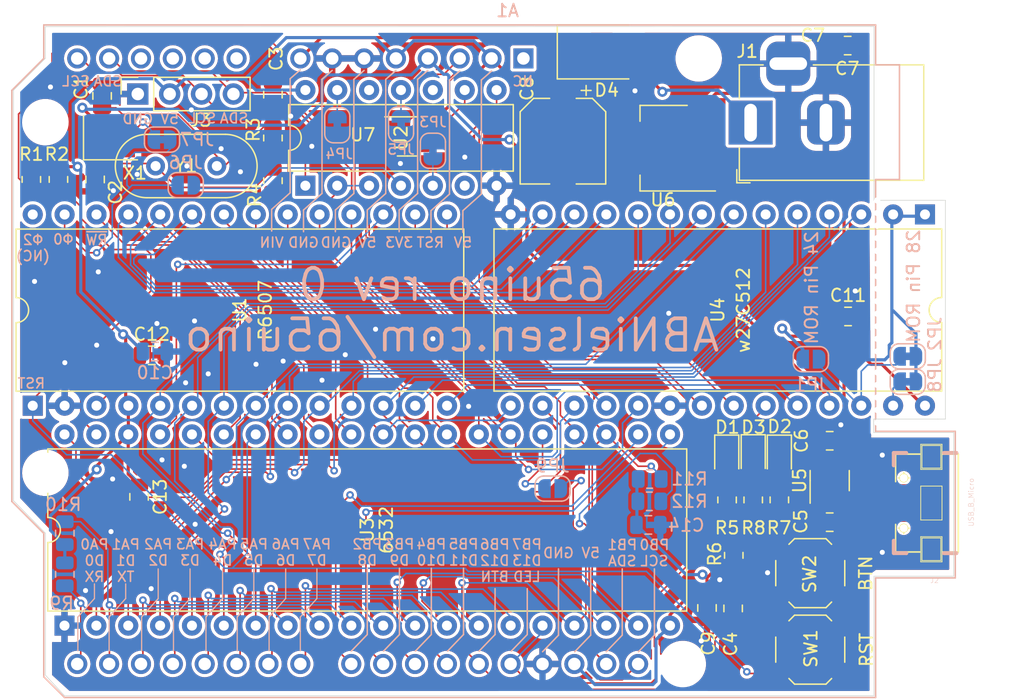
<source format=kicad_pcb>
(kicad_pcb (version 20211014) (generator pcbnew)
  (title_block (title "65uino") (rev "0") (company "Anders B. Nielsen") (comment 1 "License: https://creativecommons.org/licenses/by-nc/4.0/legalcode"))
  (layers (0 "F.Cu" signal) (31 "B.Cu" signal) (34 "B.Paste" user) (35 "F.Paste" user) (36 "B.SilkS" user "B.Silkscreen") (37 "F.SilkS" user "F.Silkscreen") (38 "B.Mask" user) (39 "F.Mask" user) (44 "Edge.Cuts" user))
  (net 0 "")
  (net 2 "+5V")
  (net 3 "GND")
  (net 8 "/SDA")
  (net 9 "/SCL")
  (net 10 "Net-(JP6-Pad1)")
  (net 11 "/PA0{slash}D0{slash}RX")
  (net 12 "/PA1{slash}D1{slash}TX")
  (net 13 "/PA2{slash}D2")
  (net 14 "/PA3{slash}D3")
  (net 15 "Net-(C1-Pad1)")
  (net 16 "Net-(C2-Pad1)")
  (net 17 "Net-(D1-Pad2)")
  (net 18 "Net-(R2-Pad2)")
  (net 19 "Net-(R3-Pad1)")
  (net 20 "A12")
  (net 21 "A0")
  (net 22 "A1")
  (net 23 "A2")
  (net 24 "A3")
  (net 25 "A4")
  (net 26 "A5")
  (net 27 "A6")
  (net 28 "A7")
  (net 29 "A8")
  (net 30 "A9")
  (net 31 "A10")
  (net 32 "A11")
  (net 33 "D7")
  (net 34 "D6")
  (net 35 "D5")
  (net 36 "D4")
  (net 37 "D3")
  (net 38 "D2")
  (net 39 "D1")
  (net 40 "D0")
  (net 41 "Net-(U3-Pad25)")
  (net 42 "+3V3")
  (net 43 "Net-(D4-Pad2)")
  (net 45 "Net-(J2-Pad2)")
  (net 47 "Net-(U1-Pad26)")
  (net 48 "/PA4{slash}D4")
  (net 50 "Net-(U2-Pad8)")
  (net 51 "Net-(D2-Pad2)")
  (net 52 "Net-(D3-Pad2)")
  (net 53 "Net-(JP1-Pad2)")
  (net 54 "Net-(JP3-Pad2)")
  (net 55 "Net-(JP4-Pad2)")
  (net 56 "Net-(JP5-Pad2)")
  (net 60 "/PA5{slash}D5")
  (net 61 "/PA6{slash}D6")
  (net 62 "/PA7{slash}D7")
  (net 63 "/PB2{slash}D8")
  (net 64 "/PB3{slash}D9")
  (net 65 "/PB4{slash}D10")
  (net 66 "/PB5{slash}D11")
  (net 67 "/PB6{slash}D12")
  (net 68 "/PB7{slash}D13")
  (net 69 "/PHI0")
  (net 70 "/VIN")
  (net 71 "/RST")
  (net 72 "Net-(JP7-Pad1)")
  (net 73 "Net-(JP8-Pad2)")
  (footprint "Capacitor_SMD:C_0805_2012Metric" (layer "F.Cu") (at 159.3088 94.8944 90)
    (fp_text reference "C4")
    (fp_text value "100nF")
  )
  (footprint "Capacitor_SMD:C_0805_2012Metric" (layer "F.Cu") (at 168.4376 50.038 180)
    (fp_text reference "C7")
    (fp_text value "C_Input")
  )
  (footprint "Package_DIP:DIP-40_W15.24mm" (layer "F.Cu") (at 106.0196 96.266 90)
    (fp_text reference "U3")
    (fp_text value "6532")
  )
  (footprint "Capacitor_SMD:C_0805_2012Metric" (layer "F.Cu") (at 167.005 81.534)
    (fp_text reference "C6")
    (fp_text value "1uF")
  )
  (footprint "Resistor_SMD:R_0805_2012Metric" (layer "F.Cu") (at 158.8262 86.2474 -90)
    (fp_text reference "R5")
    (fp_text value "22k")
  )
  (footprint "Resistor_SMD:R_0805_2012Metric" (layer "F.Cu") (at 105.537 60.706 -90)
    (fp_text reference "R2")
    (fp_text value "3k")
  )
  (footprint "Package_DIP:DIP-28_W15.24mm" (layer "F.Cu") (at 174.5996 63.495 -90)
    (fp_text reference "U4")
    (fp_text value "w27C512")
  )
  (footprint "65uino:Mousebite" (layer "F.Cu") (at 170.7896 76.0832)
    (fp_text reference "REF**" hide)
    (fp_text value "Mousebite")
  )
  (footprint "Capacitor_SMD:C_0805_2012Metric" (layer "F.Cu") (at 109.0168 54.0512 90)
    (fp_text reference "C1")
    (fp_text value "NC/30pF")
  )
  (footprint "Capacitor_SMD:C_0805_2012Metric" (layer "F.Cu") (at 108.458 60.706 -90)
    (fp_text reference "C2")
    (fp_text value "NC/30pF")
  )
  (footprint "Resistor_SMD:R_0805_2012Metric" (layer "F.Cu") (at 122.6312 57.404 90)
    (fp_text reference "R3")
    (fp_text value "NC/1M")
  )
  (footprint "Package_TO_SOT_SMD:SOT-23-5" (layer "F.Cu") (at 167.005 84.709 90)
    (fp_text reference "U5")
    (fp_text value "MIC5504-3.3YM5")
  )
  (footprint "LED_SMD:LED_0805_2012Metric" (layer "F.Cu") (at 158.8008 82.7657 -90)
    (fp_text reference "D1")
    (fp_text value "LED")
  )
  (footprint "65uino:Mousebite" (layer "F.Cu") (at 170.7896 70.4088)
    (fp_text reference "REF**" hide)
    (fp_text value "Mousebite" hide)
  )
  (footprint "Connector_BarrelJack:BarrelJack_Horizontal" (layer "F.Cu") (at 160.703 56.1771 180)
    (fp_text reference "J1")
    (fp_text value "Barrel_Jack_MountingPin")
  )
  (footprint "Capacitor_SMD:CP_Elec_6.3x7.7" (layer "F.Cu") (at 145.7452 57.658 -90)
    (fp_text reference "C8")
    (fp_text value "47uF")
  )
  (footprint "Resistor_SMD:R_0805_2012Metric" (layer "F.Cu") (at 160.909 86.2474 -90)
    (fp_text reference "R8")
    (fp_text value "22k")
  )
  (footprint "Package_DIP:DIP-28_W15.24mm" (layer "F.Cu") (at 103.4896 78.74 90)
    (fp_text reference "U1")
    (fp_text value "R6507")
  )
  (footprint "Resistor_SMD:R_0805_2012Metric" (layer "F.Cu") (at 162.9918 86.2436 -90)
    (fp_text reference "R7")
    (fp_text value "15k")
  )
  (footprint "Capacitor_SMD:C_0805_2012Metric" (layer "F.Cu") (at 168.468 71.628)
    (fp_text reference "C11")
    (fp_text value "100nF")
  )
  (footprint "Resistor_SMD:R_0805_2012Metric" (layer "F.Cu") (at 122.6312 60.8076 90)
    (fp_text reference "R4")
    (fp_text value "NC/470")
  )
  (footprint "Button_Switch_SMD:SW_SPST_TL3342" (layer "F.Cu") (at 165.4556 92.0852)
    (fp_text reference "SW2")
    (fp_text value "BTN")
  )
  (footprint "Resistor_SMD:R_0805_2012Metric" (layer "F.Cu") (at 103.378 60.706 -90)
    (fp_text reference "R1")
    (fp_text value "3k")
  )
  (footprint "Capacitor_SMD:C_0805_2012Metric" (layer "F.Cu") (at 157.226 94.8588 -90)
    (fp_text reference "C9")
    (fp_text value "100nF")
  )
  (footprint "Package_DIP:DIP-14_W7.62mm" (layer "F.Cu") (at 125.217 61.204 90)
    (fp_text reference "U2")
    (fp_text value "NC/74HC04")
  )
  (footprint "Package_TO_SOT_SMD:SOT-23-5" (layer "F.Cu") (at 133.35 57.277)
    (fp_text reference "U7")
    (fp_text value "SN74LVC1G14DBVR")
  )
  (footprint "LED_SMD:LED_0805_2012Metric" (layer "F.Cu") (at 162.9918 82.768 -90)
    (fp_text reference "D2")
    (fp_text value "LED")
  )
  (footprint "Capacitor_SMD:C_0805_2012Metric" (layer "F.Cu") (at 122.6312 53.9496 90)
    (fp_text reference "C3")
    (fp_text value "100nF")
  )
  (footprint "Capacitor_SMD:C_0805_2012Metric" (layer "F.Cu") (at 112.9792 74.7268)
    (fp_text reference "C12")
    (fp_text value "100nF")
  )
  (footprint "Button_Switch_SMD:SW_SPST_TL3342" (layer "F.Cu") (at 165.4556 98.1812)
    (fp_text reference "SW1")
    (fp_text value "RST")
  )
  (footprint "Diode_SMD:D_SMB" (layer "F.Cu") (at 148.844 50.546)
    (fp_text reference "D4")
    (fp_text value "1N4007")
  )
  (footprint "Connector_USB:USB-B-MICRO-SMD_V03-fixed" (layer "F.Cu") (at 175.1076 86.4972 180)
    (fp_text reference "J2")
    (fp_text value "USB_B_Micro")
  )
  (footprint "Resistor_SMD:R_0805_2012Metric" (layer "F.Cu") (at 159.3596 90.6647 -90)
    (fp_text reference "R6")
    (fp_text value "22k")
  )
  (footprint "65uino:Mousebite" (layer "F.Cu") (at 170.7896 66.421)
    (fp_text reference "REF**" hide)
    (fp_text value "Mousebite" hide)
  )
  (footprint "Capacitor_SMD:C_0805_2012Metric" (layer "F.Cu") (at 167.005 88.0212 180)
    (fp_text reference "C5")
    (fp_text value "1uF")
  )
  (footprint "Oscillator:Oscillator_SMD_SeikoEpson_SG210-4Pin_2.5x2.0mm_HandSoldering" (layer "F.Cu") (at 109.6846 57.3926)
    (fp_text reference "X1")
    (fp_text value "1MHz")
  )
  (footprint "Package_TO_SOT_SMD:SOT-223-3_TabPin2" (layer "F.Cu") (at 153.797 58.2168 180)
    (fp_text reference "U6")
    (fp_text value "LM1117-5.0")
  )
  (footprint "Capacitor_SMD:C_0805_2012Metric" (layer "F.Cu") (at 111.9632 86.0044 -90)
    (fp_text reference "C13")
    (fp_text value "100nF")
  )
  (footprint "Crystal:Crystal_HC49-U_Vertical" (layer "F.Cu") (at 118.1608 59.6392 180)
    (fp_text reference "Y1")
    (fp_text value "NC/1Mhz")
  )
  (footprint "Connector_PinSocket_2.54mm:PinSocket_1x04_P2.54mm_Vertical" (layer "F.Cu") (at 111.8616 53.8988 90)
    (fp_text reference "J3")
    (fp_text value "OLED")
  )
  (footprint "LED_SMD:LED_0805_2012Metric" (layer "F.Cu") (at 160.909 82.7403 -90)
    (fp_text reference "D3")
    (fp_text value "LED")
  )
  (footprint "65uino:Mousebite" (layer "F.Cu") (at 170.7896 62.3824)
    (fp_text reference "REF**" hide)
    (fp_text value "Mousebite" hide)
  )
  (footprint "Capacitor_SMD:C_0805_2012Metric" (layer "B.Cu") (at 113.223 74.422)
    (fp_text reference "C10")
    (fp_text value "NC")
  )
  (footprint "Jumper:SolderJumper-2_P1.3mm_Open_RoundedPad1.0x1.5mm" (layer "B.Cu") (at 115.682 61.1632 180)
    (fp_text reference "JP6")
    (fp_text value "SolderJumper_2_Bridged")
  )
  (footprint "Jumper:SolderJumper-2_P1.3mm_Open_RoundedPad1.0x1.5mm" (layer "B.Cu") (at 144.922 85.344 180)
    (fp_text reference "JP9")
    (fp_text value "SolderJumper_2_Bridged")
  )
  (footprint "Jumper:SolderJumper-2_P1.3mm_Bridged_RoundedPad1.0x1.5mm" (layer "B.Cu") (at 173.228 74.803 180)
    (fp_text reference "JP2")
    (fp_text value "SolderJumper_2_Bridged" hide)
  )
  (footprint "Resistor_SMD:R_0805_2012Metric" (layer "B.Cu") (at 106.045 92.1785 90)
    (fp_text reference "R9")
    (fp_text value "NC")
  )
  (footprint "Jumper:SolderJumper-2_P1.3mm_Bridged_RoundedPad1.0x1.5mm" (layer "B.Cu") (at 127.762 56.388 90)
    (fp_text reference "JP4")
    (fp_text value "SolderJumper_2_Bridged")
  )
  (footprint "Jumper:SolderJumper-2_P1.3mm_Bridged_RoundedPad1.0x1.5mm" (layer "B.Cu") (at 135.382 58.42 -90)
    (fp_text reference "JP3")
    (fp_text value "SolderJumper_2_Bridged")
  )
  (footprint "Jumper:SolderJumper-2_P1.3mm_Bridged_RoundedPad1.0x1.5mm" (layer "B.Cu") (at 132.842 56.3372 90)
    (fp_text reference "JP5")
    (fp_text value "SolderJumper_2_Bridged")
  )
  (footprint "Resistor_SMD:R_0805_2012Metric" (layer "B.Cu") (at 152.654 84.582 180)
    (fp_text reference "R11")
    (fp_text value "NC")
  )
  (footprint "Module:Arduino_UNO_R3_WithMountingHoles" (layer "B.Cu") (at 142.5956 51.0642 180)
    (fp_text reference "A1")
    (fp_text value "Arduino Footprint")
  )
  (footprint "Jumper:SolderJumper-2_P1.3mm_Bridged_RoundedPad1.0x1.5mm" (layer "B.Cu") (at 113.792 57.531)
    (fp_text reference "JP7")
    (fp_text value "SolderJumper_2_Bridged")
  )
  (footprint "Jumper:SolderJumper-2_P1.3mm_Bridged_RoundedPad1.0x1.5mm" (layer "B.Cu") (at 173.228 76.835 180)
    (fp_text reference "JP8")
    (fp_text value "SolderJumper_2_Bridged")
  )
  (footprint "Resistor_SMD:R_0805_2012Metric" (layer "B.Cu") (at 152.6305 86.36 180)
    (fp_text reference "R12")
    (fp_text value "NC")
  )
  (footprint "Jumper:SolderJumper-2_P1.3mm_Open_RoundedPad1.0x1.5mm" (layer "B.Cu") (at 165.5064 75.0316)
    (fp_text reference "JP1")
    (fp_text value "SolderJumper_2_Open" hide)
  )
  (footprint "Resistor_SMD:R_0805_2012Metric" (layer "B.Cu") (at 106.045 88.9 -90)
    (fp_text reference "R10")
    (fp_text value "NC")
  )
  (footprint "Capacitor_SMD:C_0805_2012Metric" (layer "B.Cu") (at 152.5524 88.2396)
    (fp_text reference "C14")
    (fp_text value "NC")
  )
  (gr_line (start 134.1628 61.8236) (end 132.6896 63.1444) (layer "B.SilkS") (width 0.12))
  (gr_line (start 131.445 98.298) (end 132.715 96.9772) (layer "B.SilkS") (width 0.12))
  (gr_line (start 146.685 98.3488) (end 147.955 97.028) (layer "B.SilkS") (width 0.12))
  (gr_line (start 134.1628 52.7304) (end 134.1628 61.8236) (layer "B.SilkS") (width 0.12))
  (gr_line (start 132.4356 52.0192) (end 131.6228 52.7304) (layer "B.SilkS") (width 0.12))
  (gr_line (start 129.8956 52.0192) (end 129.0828 52.7304) (layer "B.SilkS") (width 0.12))
  (gr_line (start 122.3264 98.2726) (end 122.3264 95.5802) (layer "B.SilkS") (width 0.1))
  (gr_line (start 117.2972 98.2726) (end 117.2972 95.5802) (layer "B.SilkS") (width 0.1))
  (gr_line (start 114.7064 95.5802) (end 116.0272 94.107) (layer "B.SilkS") (width 0.1))
  (gr_line (start 126.5428 61.8236) (end 125.0696 63.1444) (layer "B.SilkS") (width 0.12))
  (gr_line (start 137.8204 96.9772) (end 137.8204 91.694) (layer "B.SilkS") (width 0.12))
  (gr_line (start 153.035 97.028) (end 153.035 91.7448) (layer "B.SilkS") (width 0.12))
  (gr_line (start 142.9004 96.9772) (end 142.9004 93.3196) (layer "B.SilkS") (width 0.12))
  (gr_line (start 130.1496 96.9772) (end 130.1496 91.694) (layer "B.SilkS") (width 0.12))
  (gr_line (start 124.0028 52.6796) (end 124.0028 61.7728) (layer "B.SilkS") (width 0.12))
  (gr_line (start 110.8964 94.107) (end 110.8964 92.9386) (layer "B.SilkS") (width 0.1))
  (gr_line (start 124.8156 95.5802) (end 126.1364 94.107) (layer "B.SilkS") (width 0.1))
  (gr_line (start 109.5756 98.2726) (end 109.5756 95.5802) (layer "B.SilkS") (width 0.1))
  (gr_line (start 129.0828 61.8236) (end 127.6096 63.1444) (layer "B.SilkS") (width 0.12))
  (gr_line (start 126.5428 52.7304) (end 126.5428 61.8236) (layer "B.SilkS") (width 0.12))
  (gr_line (start 149.1996 98.3488) (end 150.4696 97.028) (layer "B.SilkS") (width 0.12))
  (gr_line (start 121.1072 94.107) (end 121.1072 91.7448) (layer "B.SilkS") (width 0.1))
  (gr_line (start 123.6472 94.107) (end 123.6472 91.7448) (layer "B.SilkS") (width 0.1))
  (gr_line (start 108.4072 94.107) (end 108.4072 92.9386) (layer "B.SilkS") (width 0.1))
  (gr_line (start 126.1364 94.107) (end 126.1364 91.7448) (layer "B.SilkS") (width 0.1))
  (gr_line (start 139.2428 61.8744) (end 137.7696 63.1952) (layer "B.SilkS") (width 0.12))
  (gr_line (start 137.7696 63.1952) (end 137.7696 64.9224) (layer "B.SilkS") (width 0.12))
  (gr_line (start 128.8796 98.298) (end 130.1496 96.9772) (layer "B.SilkS") (width 0.12))
  (gr_line (start 150.4696 97.028) (end 150.4696 91.7448) (layer "B.SilkS") (width 0.12))
  (gr_line (start 124.0028 61.7728) (end 122.5296 63.0936) (layer "B.SilkS") (width 0.12))
  (gr_line (start 140.335 96.9772) (end 140.335 93.3196) (layer "B.SilkS") (width 0.12))
  (gr_line (start 109.5756 95.5802) (end 110.8964 94.107) (layer "B.SilkS") (width 0.1))
  (gr_line (start 139.065 98.298) (end 140.335 96.9772) (layer "B.SilkS") (width 0.12))
  (gr_line (start 139.2428 52.7812) (end 139.2428 61.8744) (layer "B.SilkS") (width 0.12))
  (gr_line (start 151.765 98.3488) (end 153.035 97.028) (layer "B.SilkS") (width 0.12))
  (gr_line (start 122.5296 63.0936) (end 122.5296 64.8208) (layer "B.SilkS") (width 0.12))
  (gr_line (start 147.955 97.028) (end 147.955 91.7448) (layer "B.SilkS") (width 0.12))
  (gr_line (start 122.3264 95.5802) (end 123.6472 94.107) (layer "B.SilkS") (width 0.1))
  (gr_line (start 140.0556 52.07) (end 139.2428 52.7812) (layer "B.SilkS") (width 0.12))
  (gr_line (start 107.0864 95.5802) (end 108.4072 94.107) (layer "B.SilkS") (width 0.1))
  (gr_line (start 136.7028 52.7812) (end 136.7028 61.8744) (layer "B.SilkS") (width 0.12))
  (gr_line (start 112.1664 98.2726) (end 112.1664 95.5802) (layer "B.SilkS") (width 0.1))
  (gr_line (start 133.985 98.298) (end 135.255 96.9772) (layer "B.SilkS") (width 0.12))
  (gr_line (start 124.8156 98.2726) (end 124.8156 95.5802) (layer "B.SilkS") (width 0.1))
  (gr_line (start 118.618 94.107) (end 118.618 91.7448) (layer "B.SilkS") (width 0.1))
  (gr_line (start 132.715 96.9772) (end 132.715 91.694) (layer "B.SilkS") (width 0.12))
  (gr_line (start 127.6096 63.1444) (end 127.6096 64.8716) (layer "B.SilkS") (width 0.12))
  (gr_line (start 135.2296 63.1952) (end 135.2296 64.9224) (layer "B.SilkS") (width 0.12))
  (gr_line (start 119.7864 98.2726) (end 119.7864 95.5802) (layer "B.SilkS") (width 0.1))
  (gr_line (start 130.1496 63.1444) (end 130.1496 64.8716) (layer "B.SilkS") (width 0.12))
  (gr_line (start 125.0696 63.1444) (end 125.0696 64.8716) (layer "B.SilkS") (width 0.12))
  (gr_line (start 141.6304 98.298) (end 142.9004 96.9772) (layer "B.SilkS") (width 0.12))
  (gr_line (start 131.6228 61.8236) (end 130.1496 63.1444) (layer "B.SilkS") (width 0.12))
  (gr_line (start 113.4872 94.107) (end 113.4872 91.7448) (layer "B.SilkS") (width 0.1))
  (gr_line (start 127.3556 52.0192) (end 126.5428 52.7304) (layer "B.SilkS") (width 0.12))
  (gr_line (start 116.0272 94.107) (end 116.0272 91.7448) (layer "B.SilkS") (width 0.1))
  (gr_line (start 145.3896 97.028) (end 145.3896 91.7448) (layer "B.SilkS") (width 0.12))
  (gr_line (start 129.0828 52.7304) (end 129.0828 61.8236) (layer "B.SilkS") (width 0.12))
  (gr_line (start 119.7864 95.5802) (end 121.1072 94.107) (layer "B.SilkS") (width 0.1))
  (gr_line (start 114.7064 98.2726) (end 114.7064 95.5802) (layer "B.SilkS") (width 0.1))
  (gr_line (start 134.9756 52.0192) (end 134.1628 52.7304) (layer "B.SilkS") (width 0.12))
  (gr_line (start 124.8156 51.9684) (end 124.0028 52.6796) (layer "B.SilkS") (width 0.12))
  (gr_line (start 107.0864 98.2726) (end 107.0864 95.5802) (layer "B.SilkS") (width 0.1))
  (gr_line (start 136.5504 98.298) (end 137.8204 96.9772) (layer "B.SilkS") (width 0.12))
  (gr_line (start 136.7028 61.8744) (end 135.2296 63.1952) (layer "B.SilkS") (width 0.12))
  (gr_line (start 132.6896 63.1444) (end 132.6896 64.8716) (layer "B.SilkS") (width 0.12))
  (gr_line (start 137.5156 52.07) (end 136.7028 52.7812) (layer "B.SilkS") (width 0.12))
  (gr_line (start 144.1196 98.3488) (end 145.3896 97.028) (layer "B.SilkS") (width 0.12))
  (gr_line (start 135.255 96.9772) (end 135.255 91.694) (layer "B.SilkS") (width 0.12))
  (gr_line (start 112.1664 95.5802) (end 113.4872 94.107) (layer "B.SilkS") (width 0.1))
  (gr_line (start 131.6228 52.7304) (end 131.6228 61.8236) (layer "B.SilkS") (width 0.12))
  (gr_line (start 117.2972 95.5802) (end 118.618 94.107) (layer "B.SilkS") (width 0.1))
  (gr_line (start 175.6156 79.8068) (end 176.2252 79.8068) (layer "Edge.Cuts") (width 0.05))
  (gr_line (start 170.5356 92.329) (end 170.5356 101.854) (layer "Edge.Cuts") (width 0.05))
  (gr_line (start 104.4956 100.2132) (end 104.4956 88.9) (layer "Edge.Cuts") (width 0.05))
  (gr_line (start 170.5356 60.8432) (end 170.5356 62.3672) (layer "Edge.Cuts") (width 0.05))
  (gr_line (start 170.2816 48.514) (end 170.5356 48.514) (layer "Edge.Cuts") (width 0.05))
  (gr_line (start 101.9556 53.594) (end 104.4956 51.054) (layer "Edge.Cuts") (width 0.05))
  (gr_line (start 176.8856 80.8736) (end 170.5102 80.8736) (layer "Edge.Cuts") (width 0.05))
  (gr_line (start 101.9556 86.3092) (end 101.9556 53.594) (layer "Edge.Cuts") (width 0.05))
  (gr_line (start 104.49 48.53) (end 170.2816 48.514) (layer "Edge.Cuts") (width 0.05))
  (gr_line (start 170.5356 48.514) (end 170.5356 51.6382) (layer "Edge.Cuts") (width 0.05))
  (gr_line (start 106.0196 101.854) (end 104.4956 100.2132) (layer "Edge.Cuts") (width 0.05))
  (gr_line (start 104.4956 88.9) (end 101.9556 86.3092) (layer "Edge.Cuts") (width 0.05))
  (gr_line (start 175.6156 79.8068) (end 170.5102 79.8068) (layer "Edge.Cuts") (width 0.05))
  (gr_line (start 104.4956 51.054) (end 104.49 48.53) (layer "Edge.Cuts") (width 0.05))
  (gr_line (start 175.6156 62.3672) (end 176.2252 62.3672) (layer "Edge.Cuts") (width 0.05))
  (gr_line (start 170.5356 101.854) (end 106.0196 101.854) (layer "Edge.Cuts") (width 0.05))
  (gr_line (start 176.8856 92.329) (end 176.8856 80.8736) (layer "Edge.Cuts") (width 0.05))
  (gr_line (start 170.5356 60.8432) (end 170.5356 51.6382) (layer "Edge.Cuts") (width 0.05))
  (gr_line (start 176.2252 62.3672) (end 176.2252 79.8068) (layer "Edge.Cuts") (width 0.05))
  (gr_line (start 170.5102 79.8068) (end 170.5102 80.8736) (layer "Edge.Cuts") (width 0.05))
  (gr_line (start 170.5356 92.329) (end 176.8856 92.329) (layer "Edge.Cuts") (width 0.05))
  (gr_line (start 170.5356 62.3672) (end 175.6156 62.3672) (layer "Edge.Cuts") (width 0.05))
  (gr_line (start 170.5356 101.854) (end 170.5356 101.854) (layer "Edge.Cuts") (width 0.05))
  (gr_text "PA1\nD1\nTX" (at 110.8964 91.0844) (layer "B.SilkS") (effects (font (size 0.8 0.8) (thickness 0.13)) (justify mirror)))
  (gr_text "PB7\nD13\nLED" (at 142.875 91.0844) (layer "B.SilkS") (effects (font (size 0.8 0.8) (thickness 0.13)) (justify mirror)))
  (gr_text "PA0\nD0\nRX" (at 108.4072 91.0844) (layer "B.SilkS") (effects (font (size 0.8 0.8) (thickness 0.13)) (justify mirror)))
  (gr_text "NC" (at 142.5448 52.8828) (layer "B.SilkS") (effects (font (size 0.8 0.8) (thickness 0.13)) (justify mirror)))
  (gr_text "PB5\nD11\n" (at 137.8204 90.424) (layer "B.SilkS") (effects (font (size 0.8 0.8) (thickness 0.13)) (justify mirror)))
  (gr_text "5V" (at 114.4016 55.88) (layer "B.SilkS") (effects (font (size 0.8 0.8) (thickness 0.13)) (justify mirror)))
  (gr_text "PA3\nD3\n" (at 116.0272 90.424) (layer "B.SilkS") (effects (font (size 0.8 0.8) (thickness 0.13)) (justify mirror)))
  (gr_text "24 Pin ROM" (at 165.5572 69.342 90) (layer "B.SilkS") (effects (font (size 1 1)) (justify mirror)))
  (gr_text "PB3\nD9\n" (at 132.715 90.424) (layer "B.SilkS") (effects (font (size 0.8 0.8) (thickness 0.13)) (justify mirror)))
  (gr_text "Φ0" (at 105.918 65.4812) (layer "B.SilkS") (effects (font (size 0.8 0.8) (thickness 0.13)) (justify mirror)))
  (gr_text "VIN" (at 122.5296 65.7352) (layer "B.SilkS") (effects (font (size 0.8 0.8) (thickness 0.13)) (justify mirror)))
  (gr_text "Φ2\n(NC)" (at 103.505 66.167) (layer "B.SilkS") (effects (font (size 0.8 0.8) (thickness 0.13)) (justify mirror)))
  (gr_text "5V" (at 130.1496 65.7352) (layer "B.SilkS") (effects (font (size 0.8 0.8) (thickness 0.13)) (justify mirror)))
  (gr_text "5V" (at 147.955 90.4748) (layer "B.SilkS") (effects (font (size 0.8 0.8) (thickness 0.13)) (justify mirror)))
  (gr_text "PA2\nD2\n" (at 113.4872 90.424) (layer "B.SilkS") (effects (font (size 0.8 0.8) (thickness 0.13)) (justify mirror)))
  (gr_text "SCL" (at 116.9924 55.8292) (layer "B.SilkS") (effects (font (size 0.8 0.8) (thickness 0.13)) (justify mirror)))
  (gr_text "GND" (at 145.3896 90.4748) (layer "B.SilkS") (effects (font (size 0.8 0.8) (thickness 0.13)) (justify mirror)))
  (gr_text "GND" (at 111.8616 55.88) (layer "B.SilkS") (effects (font (size 0.8 0.8) (thickness 0.13)) (justify mirror)))
  (gr_text "RST" (at 135.1788 65.7352) (layer "B.SilkS") (effects (font (size 0.8 0.8) (thickness 0.13)) (justify mirror)))
  (gr_text "PA7\nD7\n" (at 126.1364 90.424) (layer "B.SilkS") (effects (font (size 0.8 0.8) (thickness 0.13)) (justify mirror)))
  (gr_text "~{RW}" (at 108.585 65.532) (layer "B.SilkS") (effects (font (size 0.8 0.8) (thickness 0.13)) (justify mirror)))
  (gr_text "PB2\nD8\n" (at 130.1496 90.424) (layer "B.SilkS") (effects (font (size 0.8 0.8) (thickness 0.13)) (justify mirror)))
  (gr_text "GND" (at 127.6604 65.7352) (layer "B.SilkS") (effects (font (size 0.8 0.8) (thickness 0.13)) (justify mirror)))
  (gr_text "PA4\nD4\n" (at 118.618 90.424) (layer "B.SilkS") (effects (font (size 0.8 0.8) (thickness 0.13)) (justify mirror)))
  (gr_text "SDA" (at 119.5324 55.8292) (layer "B.SilkS") (effects (font (size 0.8 0.8) (thickness 0.13)) (justify mirror)))
  (gr_text "5V" (at 137.7696 65.7352) (layer "B.SilkS") (effects (font (size 0.8 0.8) (thickness 0.13)) (justify mirror)))
  (gr_text "PB0\nSCL\n" (at 153.035 90.4748) (layer "B.SilkS") (effects (font (size 0.8 0.8) (thickness 0.13)) (justify mirror)))
  (gr_text "3V3" (at 132.6896 65.7352) (layer "B.SilkS") (effects (font (size 0.8 0.8) (thickness 0.13)) (justify mirror)))
  (gr_text "SCL" (at 106.934 52.8828) (layer "B.SilkS") (effects (font (size 0.8 0.8) (thickness 0.13)) (justify mirror)))
  (gr_text "RST" (at 103.378 76.962) (layer "B.SilkS") (effects (font (size 0.8 0.8) (thickness 0.13)) (justify mirror)))
  (gr_text "PA6\nD6\n" (at 123.6472 90.424) (layer "B.SilkS") (effects (font (size 0.8 0.8) (thickness 0.13)) (justify mirror)))
  (gr_text "PB4\nD10\n" (at 135.255 90.424) (layer "B.SilkS") (effects (font (size 0.8 0.8) (thickness 0.13)) (justify mirror)))
  (gr_text "65uino rev 0\nABNielsen.com/65uino" (at 136.906 71.12) (layer "B.SilkS") (effects (font (size 2.5 2.5) (thickness 0.3)) (justify mirror)))
  (gr_text "28 Pin ROM" (at 173.6852 69.215 90) (layer "B.SilkS") (effects (font (size 1 1)) (justify mirror)))
  (gr_text "PB6\nD12\nBTN" (at 140.3096 91.0844) (layer "B.SilkS") (effects (font (size 0.8 0.8) (thickness 0.13)) (justify mirror)))
  (gr_text "PB1\nSDA" (at 150.4696 90.4748) (layer "B.SilkS") (effects (font (size 0.8 0.8) (thickness 0.13)) (justify mirror)))
  (gr_text "GND" (at 125.0696 65.7352) (layer "B.SilkS") (effects (font (size 0.8 0.8) (thickness 0.13)) (justify mirror)))
  (gr_text "SDA" (at 109.474 52.8828) (layer "B.SilkS") (effects (font (size 0.8 0.8) (thickness 0.13)) (justify mirror)))
  (gr_text "PA5\nD5\n" (at 121.1072 90.424) (layer "B.SilkS") (effects (font (size 0.8 0.8) (thickness 0.13)) (justify mirror)))
  (segment (start 110.8964 73.2536) (end 110.6932 73.0504) (width 0.25) (layer "F.Cu") (net 2))
  (segment (start 169.418 80.696827) (end 169.418 85.344) (width 0.25) (layer "F.Cu") (net 2))
  (segment (start 166.055 86.294) (end 163.703 88.646) (width 0.25) (layer "F.Cu") (net 2))
  (segment (start 154.2796 96.266) (end 154.2796 95.4024) (width 0.25) (layer "F.Cu") (net 2))
  (segment (start 167.518 72.649) (end 168.0718 73.2028) (width 0.25) (layer "F.Cu") (net 2))
  (segment (start 111.0996 84.1908) (end 111.0996 81.026) (width 0.25) (layer "F.Cu") (net 2))
  (segment (start 134.4875 56.327) (end 134.4875 56.064491) (width 0.25) (layer "F.Cu") (net 2))
  (segment (start 155.7732 93.9088) (end 157.226 93.9088) (width 0.25) (layer "F.Cu") (net 2))
  (segment (start 170.307 75.438) (end 168.148 73.279) (width 0.25) (layer "F.Cu") (net 2))
  (segment (start 154.2796 95.4024) (end 155.7732 93.9088) (width 0.25) (layer "F.Cu") (net 2))
  (segment (start 150.647 58.2168) (end 148.877 58.2168) (width 0.25) (layer "F.Cu") (net 2))
  (segment (start 163.83 73.2028) (end 163.2204 72.5932) (width 0.25) (layer "F.Cu") (net 2))
  (segment (start 110.8964 78.5268) (end 110.8964 73.2536) (width 0.25) (layer "F.Cu") (net 2))
  (segment (start 169.418 85.344) (end 168.9155 85.8465) (width 0.25) (layer "F.Cu") (net 2))
  (segment (start 168.148 73.279) (end 168.148 79.426827) (width 0.25) (layer "F.Cu") (net 2))
  (segment (start 167.955 88.712) (end 167.259 89.408) (width 0.25) (layer "F.Cu") (net 2))
  (segment (start 160.147 60.706) (end 157.6578 58.2168) (width 0.25) (layer "F.Cu") (net 2))
  (segment (start 158.8262 87.5538) (end 157.734 88.646) (width 0.25) (layer "F.Cu") (net 2))
  (segment (start 168.18106 87.79514) (end 172.2501 87.79514) (width 0.25) (layer "F.Cu") (net 2))
  (segment (start 163.703 88.646) (end 161.925 88.646) (width 0.25) (layer "F.Cu") (net 2))
  (segment (start 156.947 58.2168) (end 150.647 58.2168) (width 0.25) (layer "F.Cu") (net 2))
  (segment (start 168.9155 85.8465) (end 167.955 85.8465) (width 0.25) (layer "F.Cu") (net 2))
  (segment (start 168.0718 73.2028) (end 163.83 73.2028) (width 0.25) (layer "F.Cu") (net 2))
  (segment (start 156.972 92.202) (end 157.226 92.456) (width 0.25) (layer "F.Cu") (net 2))
  (segment (start 167.518 71.628) (end 167.518 72.649) (width 0.25) (layer "F.Cu") (net 2))
  (segment (start 134.4875 56.064491) (end 135.433991 55.118) (width 0.25) (layer "F.Cu") (net 2))
  (segment (start 158.1048 91.5772) (end 159.3596 91.5772) (width 0.25) (layer "F.Cu") (net 2))
  (segment (start 136.652 54.864) (end 136.652 52.832) (width 0.25) (layer "F.Cu") (net 2))
  (segment (start 168.148 62.738) (end 166.116 60.706) (width 0.25) (layer "F.Cu") (net 2))
  (segment (start 161.925 88.646) (end 160.909 87.63) (width 0.25) (layer "F.Cu") (net 2))
  (segment (start 157.734 89.9516) (end 159.3596 91.5772) (width 0.25) (layer "F.Cu") (net 2))
  (segment (start 136.652 52.832) (end 137.16 52.324) (width 0.25) (layer "F.Cu") (net 2))
  (segment (start 168.148 73.279) (end 168.0718 73.2028) (width 0.25) (layer "F.Cu") (net 2))
  (segment (start 136.398 55.118) (end 136.652 54.864) (width 0.25) (layer "F.Cu") (net 2))
  (segment (start 110.8964 73.0504) (end 110.6932 73.0504) (width 0.25) (layer "F.Cu") (net 2))
  (segment (start 103.378 59.7935) (end 105.537 59.7935) (width 0.25) (layer "F.Cu") (net 2))
  (segment (start 167.518 71.628) (end 167.518 65.654) (width 0.25) (layer "F.Cu") (net 2))
  (segment (start 166.116 60.706) (end 160.147 60.706) (width 0.25) (layer "F.Cu") (net 2))
  (segment (start 167.955 85.8465) (end 167.955 88.0212) (width 0.25) (layer "F.Cu") (net 2))
  (segment (start 111.9632 85.0544) (end 111.0996 84.1908) (width 0.25) (layer "F.Cu") (net 2))
  (segment (start 157.734 88.646) (end 157.734 89.9516) (width 0.25) (layer "F.Cu") (net 2))
  (segment (start 164.465 89.408) (end 163.703 88.646) (width 0.25) (layer "F.Cu") (net 2))
  (segment (start 137.16 52.324) (end 138.7958 52.324) (width 0.25) (layer "F.Cu") (net 2))
  (segment (start 135.433991 55.118) (end 136.398 55.118) (width 0.25) (layer "F.Cu") (net 2))
  (segment (start 138.7958 52.324) (end 140.0556 51.0642) (width 0.25) (layer "F.Cu") (net 2))
  (segment (start 174.5996 78.8772) (end 171.1604 75.438) (width 0.25) (layer "F.Cu") (net 2))
  (segment (start 167.518 65.654) (end 168.148 65.024) (width 0.25) (layer "F.Cu") (net 2))
  (segment (start 167.955 88.0212) (end 167.955 88.712) (width 0.25) (layer "F.Cu") (net 2))
  (segment (start 148.877 58.2168) (end 145.7452 55.085) (width 0.25) (layer "F.Cu") (net 2))
  (segment (start 157.226 92.456) (end 158.1048 91.5772) (width 0.25) (layer "F.Cu") (net 2))
  (segment (start 171.1604 75.438) (end 170.307 75.438) (width 0.25) (layer "F.Cu") (net 2))
  (segment (start 158.8262 87.1599) (end 158.8262 87.5538) (width 0.25) (layer "F.Cu") (net 2))
  (segment (start 168.148 79.426827) (end 169.418 80.696827) (width 0.25) (layer "F.Cu") (net 2))
  (segment (start 167.259 89.408) (end 164.465 89.408) (width 0.25) (layer "F.Cu") (net 2))
  (segment (start 143.9494 54.958) (end 140.0556 51.0642) (width 0.25) (layer "F.Cu") (net 2))
  (segment (start 160.909 87.63) (end 160.909 87.1599) (width 0.25) (layer "F.Cu") (net 2))
  (segment (start 158.8262 87.1599) (end 160.909 87.1599) (width 0.25) (layer "F.Cu") (net 2))
  (segment (start 105.7421 59.69) (end 107.061 59.69) (width 0.25) (layer "F.Cu") (net 2))
  (segment (start 111.1096 81.016) (end 111.1096 78.74) (width 0.25) (layer "F.Cu") (net 2))
  (segment (start 145.7452 54.958) (end 143.9494 54.958) (width 0.25) (layer "F.Cu") (net 2))
  (segment (start 156.8704 92.202) (end 156.972 92.202) (width 0.25) (layer "F.Cu") (net 2))
  (segment (start 168.148 65.024) (end 168.148 62.738) (width 0.25) (layer "F.Cu") (net 2))
  (segment (start 157.226 93.9088) (end 157.226 92.456) (width 0.25) (layer "F.Cu") (net 2))
  (segment (start 108.585 83.5406) (end 108.585 83.82) (width 0.25) (layer "F.Cu") (net 2))
  (segment (start 112.273 74.427) (end 110.8964 73.0504) (width 0.25) (layer "F.Cu") (net 2))
  (segment (start 111.0996 81.026) (end 108.585 83.5406) (width 0.25) (layer "F.Cu") (net 2))
  (via (at 163.2204 72.5932) (size 0.8) (drill 0.4) (layers "F.Cu" "B.Cu") (net 2))
  (via (at 107.061 59.69) (size 0.8) (drill 0.4) (layers "F.Cu" "B.Cu") (net 2))
  (via (at 108.585 83.82) (size 0.8) (drill 0.4) (layers "F.Cu" "B.Cu") (net 2))
  (via (at 110.6932 73.0504) (size 0.8) (drill 0.4) (layers "F.Cu" "B.Cu") (net 2))
  (via (at 156.8704 92.202) (size 0.8) (drill 0.4) (layers "F.Cu" "B.Cu") (net 2))
  (segment (start 106.045 89.8125) (end 104.902 88.6695) (width 0.25) (layer "B.Cu") (net 2))
  (segment (start 107.061 59.69) (end 107.315 59.944) (width 0.25) (layer "B.Cu") (net 2))
  (segment (start 106.7175 54.690902) (end 106.7175 59.3465) (width 0.25) (layer "B.Cu") (net 2))
  (segment (start 108.728802 52.6796) (end 106.7175 54.690902) (width 0.25) (layer "B.Cu") (net 2))
  (segment (start 151.638 84.582) (end 151.638 86.36) (width 0.25) (layer "B.Cu") (net 2))
  (segment (start 151.6024 88.2396) (end 155.5648 92.202) (width 0.25) (layer "B.Cu") (net 2))
  (segment (start 164.8564 75.0316) (end 164.8564 74.2292) (width 0.25) (layer "B.Cu") (net 2))
  (segment (start 112.268 74.422) (end 110.8964 73.0504) (width 0.25) (layer "B.Cu") (net 2))
  (segment (start 125.217 53.584) (end 121.275 53.584) (width 0.25) (layer "B.Cu") (net 2))
  (segment (start 123.698 49.403) (end 130.7744 49.403) (width 0.25) (layer "B.Cu") (net 2))
  (segment (start 107.315 59.944) (end 107.315 69.6722) (width 0.25) (layer "B.Cu") (net 2))
  (segment (start 114.4016 53.8988) (end 115.5954 52.705) (width 0.25) (layer "B.Cu") (net 2))
  (segment (start 106.7175 59.3465) (end 107.061 59.69) (width 0.25) (layer "B.Cu") (net 2))
  (segment (start 130.7744 49.403) (end 132.4356 51.0642) (width 0.25) (layer "B.Cu") (net 2))
  (segment (start 164.8564 74.2292) (end 163.2204 72.5932) (width 0.25) (layer "B.Cu") (net 2))
  (segment (start 106.045 89.8125) (end 106.045 91.266) (width 0.25) (layer "B.Cu") (net 2))
  (segment (start 113.1824 52.6796) (end 108.728802 52.6796) (width 0.25) (layer "B.Cu") (net 2))
  (segment (start 104.902 88.6695) (end 104.902 87.503) (width 0.25) (layer "B.Cu") (net 2))
  (segment (start 115.5954 52.705) (end 120.396 52.705) (width 0.25) (layer "B.Cu") (net 2))
  (segment (start 155.5648 92.202) (end 156.8704 92.202) (width 0.25) (layer "B.Cu") (net 2))
  (segment (start 148.2964 100.965) (end 152.908 100.965) (width 0.25) (layer "B.Cu") (net 2))
  (segment (start 151.638 86.36) (end 151.638 88.204) (width 0.25) (layer "B.Cu") (net 2))
  (segment (start 138.6484 49.657) (end 140.0556 51.0642) (width 0.25) (layer "B.Cu") (net 2))
  (segment (start 121.275 53.584) (end 120.396 52.705) (width 0.25) (layer "B.Cu") (net 2))
  (segment (start 104.902 87.503) (end 108.585 83.82) (width 0.25) (layer "B.Cu") (net 2))
  (segment (start 110.8964 73.0504) (end 110.6932 73.0504) (width 0.25) (layer "B.Cu") (net 2))
  (segment (start 120.396 52.705) (end 123.698 49.403) (width 0.25) (layer "B.Cu") (net 2))
  (segment (start 114.4016 53.8988) (end 113.1824 52.6796) (width 0.25) (layer "B.Cu") (net 2))
  (segment (start 146.6556 99.3242) (end 148.2964 100.965) (width 0.25) (layer "B.Cu") (net 2))
  (segment (start 107.315 69.6722) (end 110.6932 73.0504) (width 0.25) (layer "B.Cu") (net 2))
  (segment (start 152.908 100.965) (end 153.162 100.711) (width 0.25) (layer "B.Cu") (net 2))
  (segment (start 132.4356 51.0642) (end 133.8428 49.657) (width 0.25) (layer "B.Cu") (net 2))
  (segment (start 153.162 100.711) (end 153.162 97.3836) (width 0.25) (layer "B.Cu") (net 2))
  (segment (start 133.8428 49.657) (end 138.6484 49.657) (width 0.25) (layer "B.Cu") (net 2))
  (segment (start 153.162 97.3836) (end 154.2796 96.266) (width 0.25) (layer "B.Cu") (net 2))
  (segment (start 162.3056 92.3032) (end 162.052 92.0496) (width 0.25) (layer "F.Cu") (net 3))
  (segment (start 167.005 85.8465) (end 167.005 87.0712) (width 0.127) (layer "F.Cu") (net 3))
  (segment (start 159.07 93.9444) (end 158.242 93.1164) (width 0.25) (layer "F.Cu") (net 3))
  (segment (start 123.1748 54.8996) (end 123.9387 55.6635) (width 0.25) (layer "F.Cu") (net 3))
  (segment (start 158.242 93.1164) (end 158.242 92.6084) (width 0.25) (layer "F.Cu") (net 3))
  (segment (start 167.005 87.0712) (end 166.055 88.0212) (width 0.127) (layer "F.Cu") (net 3))
  (segment (start 106.045 75.311) (end 106.045 74.93) (width 0.25) (layer "F.Cu") (net 3))
  (segment (start 123.9387 55.6635) (end 124.049301 55.6635) (width 0.25) (layer "F.Cu") (net 3))
  (segment (start 162.3056 93.9852) (end 162.3056 92.3032) (width 0.25) (layer "F.Cu") (net 3))
  (segment (start 167.955 80.325) (end 167.894 80.264) (width 0.25) (layer "F.Cu") (net 3))
  (segment (start 167.955 81.534) (end 167.955 80.325) (width 0.25) (layer "F.Cu") (net 3))
  (via (at 156.7688 97.4852) (size 0.8) (drill 0.4) (layers "F.Cu" "B.Cu") (net 3))
  (via (at 126.5428 76.708) (size 0.8) (drill 0.4) (layers "F.Cu" "B.Cu") (net 3))
  (via (at 125.73 58.0644) (size 0.8) (drill 0.4) (layers "F.Cu" "B.Cu") (net 3))
  (via (at 111.8108 60.2996) (size 0.8) (drill 0.4) (layers "F.Cu" "B.Cu") (net 3))
  (via (at 109.914018 61.599633) (size 0.8) (drill 0.4) (layers "F.Cu" "B.Cu") (net 3))
  (via (at 162.052 92.0496) (size 0.8) (drill 0.4) (layers "F.Cu" "B.Cu") (net 3))
  (via (at 109.855 84.582) (size 0.8) (drill 0.4) (layers "F.Cu" "B.Cu") (net 3))
  (via (at 121.285 75.438) (size 0.8) (drill 0.4) (layers "F.Cu" "B.Cu") (net 3))
  (via (at 167.894 80.264) (size 0.8) (drill 0.4) (layers "F.Cu" "B.Cu") (net 3))
  (via (at 123.444 75.184) (size 0.8) (drill 0.4) (layers "F.Cu" "B.Cu") (net 3))
  (via (at 135.382 73.406) (size 0.8) (drill 0.4) (layers "F.Cu" "B.Cu") (net 3))
  (via (at 171.196 82.677) (size 0.8) (drill 0.4) (layers "F.Cu" "B.Cu") (net 3))
  (via (at 116.129753 55.161155) (size 0.8) (drill 0.4) (layers "F.Cu" "B.Cu") (net 3))
  (via (at 154.178 71.374) (size 0.8) (drill 0.4) (layers "F.Cu" "B.Cu") (net 3))
  (via (at 124.049301 55.6635) (size 0.8) (drill 0.4) (layers "F.Cu" "B.Cu") (net 3))
  (via (at 103.632 68.834) (size 0.8) (drill 0.4) (layers "F.Cu" "B.Cu") (net 3))
  (via (at 106.045 75.311) (size 0.8) (drill 0.4) (layers "F.Cu" "B.Cu") (net 3))
  (via (at 120.0404 60.0964) (size 0.8) (drill 0.4) (layers "F.Cu" "B.Cu") (net 3))
  (via (at 117.475 76.2) (size 0.8) (drill 0.4) (layers "F.Cu" "B.Cu") (net 3))
  (via (at 130.81 72.644) (size 0.8) (drill 0.4) (layers "F.Cu" "B.Cu") (net 3))
  (via (at 132.7912 59.436) (size 0.8) (drill 0.4) (layers "F.Cu" "B.Cu") (net 3))
  (via (at 108.585 73.914) (size 0.8) (drill 0.4) (layers "F.Cu" "B.Cu") (net 3))
  (via (at 108.712 68.072) (size 0.8) (drill 0.4) (layers "F.Cu" "B.Cu") (net 3))
  (via (at 115.7732 59.6392) (size 0.8) (drill 0.4) (layers "F.Cu" "B.Cu") (net 3))
  (via (at 137.922 58.928) (size 0.8) (drill 0.4) (layers "F.Cu" "B.Cu") (net 3))
  (via (at 169.037 69.596) (size 0.8) (drill 0.4) (layers "F.Cu" "B.Cu") (net 3))
  (via (at 104.902 53.34) (size 0.8) (drill 0.4) (layers "F.Cu" "B.Cu") (net 3))
  (via (at 118.502612 58.2555) (size 0.8) (drill 0.4) (layers "F.Cu" "B.Cu") (net 3))
  (via (at 128.397 74.676) (size 0.8) (drill 0.4) (layers "F.Cu" "B.Cu") (net 3))
  (via (at 116.4336 88.1888) (size 0.8) (drill 0.4) (layers "F.Cu" "B.Cu") (net 3))
  (via (at 107.696 93.472) (size 0.8) (drill 0.4) (layers "F.Cu" "B.Cu") (net 3))
  (via (at 115.57 83.566) (size 0.8) (drill 0.4) (layers "F.Cu" "B.Cu") (net 3))
  (via (at 151.4856 53.6448) (size 0.8) (drill 0.4) (layers "F.Cu" "B.Cu") (net 3))
  (via (at 113.3856 72.1868) (size 0.8) (drill 0.4) (layers "F.Cu" "B.Cu") (net 3))
  (via (at 112.9284 93.3196) (size 0.8) (drill 0.4) (layers "F.Cu" "B.Cu") (net 3))
  (via (at 109.728 88.773) (size 0.8) (drill 0.4) (layers "F.Cu" "B.Cu") (net 3))
  (via (at 171.196 90.424) (size 0.8) (drill 0.4) (layers "F.Cu" "B.Cu") (net 3))
  (via (at 113.792 83.058) (size 0.8) (drill 0.4) (layers "F.Cu" "B.Cu") (net 3))
  (via (at 116.3828 71.9836) (size 0.8) (drill 0.4) (layers "F.Cu" "B.Cu") (net 3))
  (via (at 138.2268 78.7908) (size 0.8) (drill 0.4) (layers "F.Cu" "B.Cu") (net 3))
  (via (at 158.242 92.6084) (size 0.8) (drill 0.4) (layers "F.Cu" "B.Cu") (net 3))
  (via (at 115.6716 76.9112) (size 0.8) (drill 0.4) (layers "F.Cu" "B.Cu") (net 3))
  (segment (start 173.878 76.835) (end 173.878 74.803) (width 0.25) (layer "B.Cu") (net 3))
  (segment (start 173.878 72.9892) (end 172.0596 71.1708) (width 0.25) (layer "B.Cu") (net 3))
  (segment (start 167.894 70.739) (end 169.037 69.596) (width 0.25) (layer "B.Cu") (net 3))
  (segment (start 173.878 74.803) (end 173.878 72.9892) (width 0.25) (layer "B.Cu") (net 3))
  (segment (start 171.958 73.7108) (end 171.753 73.9158) (width 0.25) (layer "B.Cu") (net 3))
  (segment (start 174.5996 63.6372) (end 171.958 63.6372) (width 0.25) (layer "B.Cu") (net 3))
  (segment (start 171.753 74.7286) (end 171.3992 75.0824) (width 0.25) (layer "B.Cu") (net 3))
  (segment (start 167.894 73.0504) (end 167.894 70.739) (width 0.25) (layer "B.Cu") (net 3))
  (segment (start 171.3992 75.0824) (end 169.926 75.0824) (width 0.25) (layer "B.Cu") (net 3))
  (segment (start 169.926 75.0824) (end 167.894 73.0504) (width 0.25) (layer "B.Cu") (net 3))
  (segment (start 171.958 63.6372) (end 171.958 73.7108) (width 0.25) (layer "B.Cu") (net 3))
  (segment (start 171.753 73.9158) (end 171.753 74.7286) (width 0.25) (layer "B.Cu") (net 3))
  (segment (start 106.0296 75.3264) (end 106.045 75.311) (width 0.25) (layer "B.Cu") (net 3))
  (segment (start 106.0296 78.74) (end 106.0296 75.3264) (width 0.25) (layer "B.Cu") (net 3))
  (segment (start 129.159 59.407695) (end 124.869804 55.118499) (width 0.127) (layer "F.Cu") (net 8))
  (segment (start 147.828 77.851) (end 146.939 76.962) (width 0.127) (layer "F.Cu") (net 8))
  (segment (start 147.828 79.6544) (end 147.828 77.851) (width 0.127) (layer "F.Cu") (net 8))
  (segment (start 149.1996 81.026) (end 148.082 82.1436) (width 0.127) (layer "F.Cu") (net 8))
  (segment (start 124.819003 55.118499) (end 123.799101 54.098597) (width 0.127) (layer "F.Cu") (net 8))
  (segment (start 151.7396 83.566) (end 152.781 83.566) (width 0.127) (layer "F.Cu") (net 8))
  (segment (start 130.302 65.151) (end 130.302 62.865) (width 0.127) (layer "F.Cu") (net 8))
  (segment (start 130.302 62.865) (end 129.159 61.722) (width 0.127) (layer "F.Cu") (net 8))
  (segment (start 149.1996 81.026) (end 151.7396 83.566) (width 0.127) (layer "F.Cu") (net 8))
  (segment (start 110.795299 52.070499) (end 109.789 51.0642) (width 0.127) (layer "F.Cu") (net 8))
  (segment (start 146.939 76.962) (end 142.113 76.962) (width 0.127) (layer "F.Cu") (net 8))
  (segment (start 119.4816 53.8988) (end 117.653299 52.070499) (width 0.127) (layer "F.Cu") (net 8))
  (segment (start 124.869804 55.118499) (end 124.819003 55.118499) (width 0.127) (layer "F.Cu") (net 8))
  (segment (start 123.799101 54.098597) (end 123.799101 53.946196) (width 0.127) (layer "F.Cu") (net 8))
  (segment (start 117.653299 52.070499) (end 110.795299 52.070499) (width 0.127) (layer "F.Cu") (net 8))
  (segment (start 123.644605 53.7917) (end 119.5887 53.7917) (width 0.127) (layer "F.Cu") (net 8))
  (segment (start 148.082 98.2106) (end 149.1956 99.3242) (width 0.127) (layer "F.Cu") (net 8))
  (segment (start 148.082 82.1436) (end 148.082 98.2106) (width 0.127) (layer "F.Cu") (net 8))
  (segment (start 129.159 61.722) (end 129.159 59.407695) (width 0.127) (layer "F.Cu") (net 8))
  (segment (start 123.799101 53.946196) (end 123.644605 53.7917) (width 0.127) (layer "F.Cu") (net 8))
  (segment (start 149.1996 81.026) (end 147.828 79.6544) (width 0.127) (layer "F.Cu") (net 8))
  (segment (start 142.113 76.962) (end 130.302 65.151) (width 0.127) (layer "F.Cu") (net 8))
  (via (at 152.781 83.566) (size 0.6) (drill 0.3) (layers "F.Cu" "B.Cu") (net 8))
  (segment (start 153.5665 84.3515) (end 152.781 83.566) (width 0.127) (layer "B.Cu") (net 8))
  (segment (start 147.828499 88.518501) (end 147.828499 82.194899) (width 0.127) (layer "F.Cu") (net 9))
  (segment (start 121.8184 54.0512) (end 120.2944 55.5752) (width 0.127) (layer "F.Cu") (net 9))
  (segment (start 118.618 55.5752) (end 116.9416 53.8988) (width 0.127) (layer "F.Cu") (net 9))
  (segment (start 144.282749 77.215501) (end 142.007996 77.215501) (width 0.127) (layer "F.Cu") (net 9))
  (segment (start 128.905499 59.969899) (end 126.0348 57.0992) (width 0.127) (layer "F.Cu") (net 9))
  (segment (start 147.828499 99.695499) (end 147.828499 88.518501) (width 0.127) (layer "F.Cu") (net 9))
  (segment (start 147.447998 88.138) (end 147.828499 88.518501) (width 0.127) (layer "F.Cu") (net 9))
  (segment (start 126.0348 56.6928) (end 123.3932 54.0512) (width 0.127) (layer "F.Cu") (net 9))
  (segment (start 147.066 88.138) (end 147.447998 88.138) (width 0.127) (layer "F.Cu") (net 9))
  (segment (start 146.6596 80.6196) (end 145.542 79.502) (width 0.127) (layer "F.Cu") (net 9))
  (segment (start 110.5916 52.4256) (end 110.3376 52.1716) (width 0.127) (layer "F.Cu") (net 9))
  (segment (start 115.4684 52.4256) (end 110.5916 52.4256) (width 0.127) (layer "F.Cu") (net 9))
  (segment (start 151.7356 99.3242) (end 150.475301 100.584499) (width 0.127) (layer "F.Cu") (net 9))
  (segment (start 128.905499 61.827003) (end 128.905499 59.969899) (width 0.127) (layer "F.Cu") (net 9))
  (segment (start 145.542 78.474752) (end 144.282749 77.215501) (width 0.127) (layer "F.Cu") (net 9))
  (segment (start 150.475301 100.584499) (end 148.717499 100.584499) (width 0.127) (layer "F.Cu") (net 9))
  (segment (start 148.717499 100.584499) (end 147.828499 99.695499) (width 0.127) (layer "F.Cu") (net 9))
  (segment (start 130.048 65.255504) (end 130.048 62.969504) (width 0.127) (layer "F.Cu") (net 9))
  (segment (start 110.3376 52.1716) (end 108.458 52.1716) (width 0.127) (layer "F.Cu") (net 9))
  (segment (start 108.458 52.1716) (end 107.3506 51.0642) (width 0.127) (layer "F.Cu") (net 9))
  (segment (start 142.007996 77.215501) (end 130.048 65.255504) (width 0.127) (layer "F.Cu") (net 9))
  (segment (start 145.542 79.502) (end 145.542 78.474752) (width 0.127) (layer "F.Cu") (net 9))
  (segment (start 126.0348 57.0992) (end 126.0348 56.6928) (width 0.127) (layer "F.Cu") (net 9))
  (segment (start 123.3932 54.0512) (end 121.8184 54.0512) (width 0.127) (layer "F.Cu") (net 9))
  (segment (start 147.828499 82.194899) (end 146.6596 81.026) (width 0.127) (layer "F.Cu") (net 9))
  (segment (start 120.2944 55.5752) (end 118.618 55.5752) (width 0.127) (layer "F.Cu") (net 9))
  (segment (start 130.048 62.969504) (end 128.905499 61.827003) (width 0.127) (layer "F.Cu") (net 9))
  (segment (start 116.9416 53.8988) (end 115.4684 52.4256) (width 0.127) (layer "F.Cu") (net 9))
  (via (at 147.066 88.138) (size 0.6) (drill 0.3) (layers "F.Cu" "B.Cu") (net 9))
  (segment (start 154.432 83.82) (end 153.162 82.55) (width 0.127) (layer "B.Cu") (net 9))
  (segment (start 154.432 85.471) (end 154.432 83.82) (width 0.127) (layer "B.Cu") (net 9))
  (segment (start 147.066 87.376) (end 147.066 88.138) (width 0.127) (layer "B.Cu") (net 9))
  (segment (start 153.162 82.55) (end 151.892 82.55) (width 0.127) (layer "B.Cu") (net 9))
  (segment (start 153.543 86.36) (end 154.432 85.471) (width 0.127) (layer "B.Cu") (net 9))
  (segment (start 151.892 82.55) (end 147.066 87.376) (width 0.127) (layer "B.Cu") (net 9))
  (segment (start 123.1392 59.7916) (end 121.5136 61.4172) (width 0.127) (layer "B.Cu") (net 10))
  (segment (start 132.837 61.204) (end 131.4246 59.7916) (width 0.127) (layer "B.Cu") (net 10))
  (segment (start 131.4246 59.7916) (end 123.1392 59.7916) (width 0.127) (layer "B.Cu") (net 10))
  (segment (start 121.5136 61.4172) (end 116.586 61.4172) (width 0.127) (layer "B.Cu") (net 10))
  (segment (start 107.315 99.0448) (end 107.315 94.488) (width 0.127) (layer "F.Cu") (net 11))
  (via (at 107.315 94.488) (size 0.6) (drill 0.3) (layers "F.Cu" "B.Cu") (net 11))
  (segment (start 107.315 94.361) (end 107.315 94.488) (width 0.127) (layer "B.Cu") (net 11))
  (segment (start 107.95 95.123) (end 107.315 94.488) (width 0.127) (layer "B.Cu") (net 11))
  (segment (start 122.6566 95.123) (end 107.95 95.123) (width 0.127) (layer "B.Cu") (net 11))
  (segment (start 106.045 93.091) (end 107.315 94.361) (width 0.127) (layer "B.Cu") (net 11))
  (segment (start 123.7996 96.266) (end 122.6566 95.123) (width 0.127) (layer "B.Cu") (net 11))
  (segment (start 109.601 99.2988) (end 109.601 94.615) (width 0.127) (layer "F.Cu") (net 12))
  (via (at 109.601 94.615) (size 0.6) (drill 0.3) (layers "F.Cu" "B.Cu") (net 12))
  (segment (start 126.3396 96.266) (end 124.941103 94.867503) (width 0.127) (layer "B.Cu") (net 12))
  (segment (start 124.941103 94.867503) (end 109.853503 94.867503) (width 0.127) (layer "B.Cu") (net 12))
  (segment (start 109.474 94.488) (end 109.474 90.17) (width 0.127) (layer "B.Cu") (net 12))
  (segment (start 109.853503 94.867503) (end 109.601 94.615) (width 0.127) (layer "B.Cu") (net 12))
  (segment (start 109.601 94.615) (end 109.474 94.488) (width 0.127) (layer "B.Cu") (net 12))
  (segment (start 109.474 90.17) (end 107.2915 87.9875) (width 0.127) (layer "B.Cu") (net 12))
  (segment (start 107.2915 87.9875) (end 106.045 87.9875) (width 0.127) (layer "B.Cu") (net 12))
  (segment (start 112.268 99.1718) (end 112.268 94.234) (width 0.127) (layer "F.Cu") (net 13))
  (via (at 112.268 94.234) (size 0.6) (drill 0.3) (layers "F.Cu" "B.Cu") (net 13))
  (segment (start 127.227602 94.614002) (end 112.648002 94.614002) (width 0.127) (layer "B.Cu") (net 13))
  (segment (start 112.648002 94.614002) (end 112.268 94.234) (width 0.127) (layer "B.Cu") (net 13))
  (segment (start 128.8796 96.266) (end 127.227602 94.614002) (width 0.127) (layer "B.Cu") (net 13))
  (segment (start 114.808 99.1718) (end 114.808 94.107) (width 0.127) (layer "F.Cu") (net 14))
  (via (at 114.808 94.107) (size 0.6) (drill 0.3) (layers "F.Cu" "B.Cu") (net 14))
  (segment (start 115.061501 94.360501) (end 114.808 94.107) (width 0.127) (layer "B.Cu") (net 14))
  (segment (start 131.0538 96.266) (end 129.148301 94.360501) (width 0.127) (layer "B.Cu") (net 14))
  (segment (start 129.148301 94.360501) (end 115.061501 94.360501) (width 0.127) (layer "B.Cu") (net 14))
  (segment (start 118.7742 59.6392) (end 121.9219 56.4915) (width 0.127) (layer "F.Cu") (net 15))
  (segment (start 118.1608 58.851312) (end 118.1608 59.6392) (width 0.127) (layer "F.Cu") (net 15))
  (segment (start 115.087888 55.5244) (end 117.839612 58.276124) (width 0.127) (layer "F.Cu") (net 15))
  (segment (start 125.217 61.204) (end 125.217 58.9776) (width 0.127) (layer "F.Cu") (net 15))
  (segment (start 109.0168 55.0012) (end 110.1192 55.0012) (width 0.127) (layer "F.Cu") (net 15))
  (segment (start 117.839612 58.530124) (end 118.1608 58.851312) (width 0.127) (layer "F.Cu") (net 15))
  (segment (start 125.217 58.9776) (end 122.7309 56.4915) (width 0.127) (layer "F.Cu") (net 15))
  (segment (start 110.6424 55.5244) (end 115.087888 55.5244) (width 0.127) (layer "F.Cu") (net 15))
  (segment (start 117.839612 58.276124) (end 117.839612 58.530124) (width 0.127) (layer "F.Cu") (net 15))
  (segment (start 110.1192 55.0012) (end 110.6424 55.5244) (width 0.127) (layer "F.Cu") (net 15))
  (segment (start 122.6312 59.8951) (end 121.1853 61.341) (width 0.127) (layer "F.Cu") (net 16))
  (segment (start 113.0776 59.436) (end 108.3716 59.436) (width 0.127) (layer "F.Cu") (net 16))
  (segment (start 121.1853 61.341) (end 114.9826 61.341) (width 0.127) (layer "F.Cu") (net 16))
  (segment (start 114.9826 61.341) (end 113.2808 59.6392) (width 0.127) (layer "F.Cu") (net 16))
  (segment (start 158.8008 83.7032) (end 158.8008 85.3095) (width 0.127) (layer "F.Cu") (net 17))
  (segment (start 106.1485 62.23) (end 106.68 62.23) (width 0.127) (layer "F.Cu") (net 18))
  (segment (start 109.601 77.7086) (end 108.5696 78.74) (width 0.127) (layer "F.Cu") (net 18))
  (segment (start 112.522 66.294) (end 112.903 66.675) (width 0.127) (layer "F.Cu") (net 18))
  (segment (start 105.537 61.6185) (end 106.1485 62.23) (width 0.127) (layer "F.Cu") (net 18))
  (segment (start 109.601 72.898) (end 109.601 77.7086) (width 0.127) (layer "F.Cu") (net 18))
  (segment (start 107.315 62.865) (end 107.315 63.788379) (width 0.127) (layer "F.Cu") (net 18))
  (segment (start 112.903 69.596) (end 109.601 72.898) (width 0.127) (layer "F.Cu") (net 18))
  (segment (start 112.903 66.675) (end 112.903 69.596) (width 0.127) (layer "F.Cu") (net 18))
  (segment (start 106.68 62.23) (end 107.315 62.865) (width 0.127) (layer "F.Cu") (net 18))
  (segment (start 109.820621 66.294) (end 112.522 66.294) (width 0.127) (layer "F.Cu") (net 18))
  (segment (start 107.315 63.788379) (end 109.820621 66.294) (width 0.127) (layer "F.Cu") (net 18))
  (segment (start 122.6312 61.7201) (end 123.2681 62.357) (width 0.127) (layer "F.Cu") (net 19))
  (segment (start 127.127 62.357) (end 127.757 61.727) (width 0.127) (layer "F.Cu") (net 19))
  (segment (start 123.2681 62.357) (end 127.127 62.357) (width 0.127) (layer "F.Cu") (net 19))
  (segment (start 123.8504 59.2836) (end 123.8504 60.5009) (width 0.127) (layer "F.Cu") (net 19))
  (segment (start 123.8504 60.5009) (end 122.6312 61.7201) (width 0.127) (layer "F.Cu") (net 19))
  (segment (start 122.8833 58.3165) (end 123.8504 59.2836) (width 0.127) (layer "F.Cu") (net 19))
  (segment (start 127.757 61.204) (end 130.297 61.204) (width 0.127) (layer "B.Cu") (net 19))
  (segment (start 132.2125 57.277) (end 132.969 57.277) (width 0.127) (layer "F.Cu") (net 20))
  (segment (start 132.969 57.277) (end 133.477 57.785) (width 0.127) (layer "F.Cu") (net 20))
  (segment (start 132.4456 62.484) (end 131.4296 63.5) (width 0.127) (layer "F.Cu") (net 20))
  (segment (start 135.255 57.277) (end 133.985 57.277) (width 0.127) (layer "F.Cu") (net 20))
  (segment (start 133.477 58.928) (end 133.985 59.436) (width 0.127) (layer "F.Cu") (net 20))
  (segment (start 133.985 59.436) (end 133.985 61.849) (width 0.127) (layer "F.Cu") (net 20))
  (segment (start 133.35 62.484) (end 132.4456 62.484) (width 0.127) (layer "F.Cu") (net 20))
  (segment (start 137.917 53.584) (end 137.917 54.615) (width 0.127) (layer "F.Cu") (net 20))
  (segment (start 113.6396 81.026) (end 114.9365 79.7291) (width 0.127) (layer "F.Cu") (net 20))
  (segment (start 133.985 61.849) (end 133.35 62.484) (width 0.127) (layer "F.Cu") (net 20))
  (segment (start 133.985 57.277) (end 133.477 57.785) (width 0.127) (layer "F.Cu") (net 20))
  (segment (start 114.9365 67.583634) (end 115.044 67.476134) (width 0.127) (layer "F.Cu") (net 20))
  (segment (start 137.917 54.615) (end 135.255 57.277) (width 0.127) (layer "F.Cu") (net 20))
  (segment (start 114.9365 79.7291) (end 114.9365 67.583634) (width 0.127) (layer "F.Cu") (net 20))
  (segment (start 133.477 57.785) (end 133.477 58.928) (width 0.127) (layer "F.Cu") (net 20))
  (via (at 115.044 67.476134) (size 0.6) (drill 0.3) (layers "F.Cu" "B.Cu") (net 20))
  (segment (start 131.4296 63.6422) (end 127.595666 67.476134) (width 0.127) (layer "B.Cu") (net 20))
  (segment (start 127.595666 67.476134) (end 115.044 67.476134) (width 0.127) (layer "B.Cu") (net 20))
  (segment (start 121.2596 91.1352) (end 119.0244 88.9) (width 0.127) (layer "F.Cu") (net 21))
  (segment (start 121.2596 96.266) (end 121.2596 91.1352) (width 0.127) (layer "F.Cu") (net 21))
  (via (at 119.0244 88.9) (size 0.6) (drill 0.3) (layers "F.Cu" "B.Cu") (net 21))
  (segment (start 120.568988 70.611002) (end 149.098998 70.611002) (width 0.127) (layer "B.Cu") (net 21))
  (segment (start 113.6496 78.74) (end 112.268 80.1216) (width 0.127) (layer "B.Cu") (net 21))
  (segment (start 112.268 80.1216) (end 112.268 82.6008) (width 0.127) (layer "B.Cu") (net 21))
  (segment (start 113.6496 78.74) (end 113.6496 77.53039) (width 0.127) (layer "B.Cu") (net 21))
  (segment (start 113.6496 77.53039) (end 120.568988 70.611002) (width 0.127) (layer "B.Cu") (net 21))
  (segment (start 118.5672 88.9) (end 119.0244 88.9) (width 0.127) (layer "B.Cu") (net 21))
  (segment (start 151.7396 67.9704) (end 151.7396 63.6372) (width 0.127) (layer "B.Cu") (net 21))
  (segment (start 112.268 82.6008) (end 118.5672 88.9) (width 0.127) (layer "B.Cu") (net 21))
  (segment (start 149.098998 70.611002) (end 151.7396 67.9704) (width 0.127) (layer "B.Cu") (net 21))
  (segment (start 118.7196 96.266) (end 118.7196 90.8812) (width 0.127) (layer "F.Cu") (net 22))
  (segment (start 118.7196 90.8812) (end 118.4148 90.5764) (width 0.127) (layer "F.Cu") (net 22))
  (via (at 118.4148 90.5764) (size 0.6) (drill 0.3) (layers "F.Cu" "B.Cu") (net 22))
  (segment (start 114.808 80.1216) (end 114.808 84.752635) (width 0.127) (layer "B.Cu") (net 22))
  (segment (start 116.6368 74.901695) (end 116.6368 78.2928) (width 0.127) (layer "B.Cu") (net 22))
  (segment (start 119.227365 88.41) (end 119.5144 88.697035) (width 0.127) (layer "B.Cu") (net 22))
  (segment (start 119.5144 89.4768) (end 118.4148 90.5764) (width 0.127) (layer "B.Cu") (net 22))
  (segment (start 154.2796 65.788905) (end 149.204 70.864505) (width 0.127) (layer "B.Cu") (net 22))
  (segment (start 149.204 70.864505) (end 120.67399 70.864505) (width 0.127) (layer "B.Cu") (net 22))
  (segment (start 119.5144 88.697035) (end 119.5144 89.4768) (width 0.127) (layer "B.Cu") (net 22))
  (segment (start 116.1896 78.74) (end 114.808 80.1216) (width 0.127) (layer "B.Cu") (net 22))
  (segment (start 114.808 84.752635) (end 118.465365 88.41) (width 0.127) (layer "B.Cu") (net 22))
  (segment (start 118.465365 88.41) (end 119.227365 88.41) (width 0.127) (layer "B.Cu") (net 22))
  (segment (start 120.67399 70.864505) (end 116.6368 74.901695) (width 0.127) (layer "B.Cu") (net 22))
  (segment (start 154.2796 63.6372) (end 154.2796 65.788905) (width 0.127) (layer "B.Cu") (net 22))
  (segment (start 116.1796 89.5604) (end 118.7704 86.9696) (width 0.127) (layer "F.Cu") (net 23))
  (segment (start 116.1796 96.266) (end 116.1796 89.5604) (width 0.127) (layer "F.Cu") (net 23))
  (via (at 118.7704 86.9696) (size 0.6) (drill 0.3) (layers "F.Cu" "B.Cu") (net 23))
  (segment (start 118.7296 78.74) (end 118.7296 73.1674) (width 0.127) (layer "B.Cu") (net 23))
  (segment (start 118.7296 78.74) (end 117.475 79.9946) (width 0.127) (layer "B.Cu") (net 23))
  (segment (start 118.7296 73.1674) (end 120.778994 71.118006) (width 0.127) (layer "B.Cu") (net 23))
  (segment (start 149.338794 71.118006) (end 156.8196 63.6372) (width 0.127) (layer "B.Cu") (net 23))
  (segment (start 120.778994 71.118006) (end 149.338794 71.118006) (width 0.127) (layer "B.Cu") (net 23))
  (segment (start 117.475 79.9946) (end 117.475 85.6742) (width 0.127) (layer "B.Cu") (net 23))
  (segment (start 117.475 85.6742) (end 118.7704 86.9696) (width 0.127) (layer "B.Cu") (net 23))
  (segment (start 113.6396 96.266) (end 113.6396 89.903574) (width 0.127) (layer "F.Cu") (net 24))
  (segment (start 113.6396 89.903574) (end 118.916587 84.626587) (width 0.127) (layer "F.Cu") (net 24))
  (via (at 118.916587 84.626587) (size 0.6) (drill 0.3) (layers "F.Cu" "B.Cu") (net 24))
  (segment (start 121.2696 78.74) (end 119.7356 80.274) (width 0.127) (layer "B.Cu") (net 24))
  (segment (start 124.556201 75.440495) (end 121.4118 78.584896) (width 0.127) (layer "B.Cu") (net 24))
  (segment (start 159.3596 63.6372) (end 147.556305 75.440495) (width 0.127) (layer "B.Cu") (net 24))
  (segment (start 147.556305 75.440495) (end 124.556201 75.440495) (width 0.127) (layer "B.Cu") (net 24))
  (segment (start 119.7356 80.274) (end 119.7356 83.807574) (width 0.127) (layer "B.Cu") (net 24))
  (segment (start 119.7356 83.807574) (end 118.916587 84.626587) (width 0.127) (layer "B.Cu") (net 24))
  (segment (start 118.809008 84.0412) (end 122.0904 84.0412) (width 0.127) (layer "F.Cu") (net 25))
  (segment (start 111.0996 96.266) (end 111.0996 91.750608) (width 0.127) (layer "F.Cu") (net 25))
  (segment (start 111.0996 91.750608) (end 118.809008 84.0412) (width 0.127) (layer "F.Cu") (net 25))
  (segment (start 122.0904 84.0412) (end 122.428 84.3788) (width 0.127) (layer "F.Cu") (net 25))
  (via (at 122.428 84.3788) (size 0.6) (drill 0.3) (layers "F.Cu" "B.Cu") (net 25))
  (segment (start 161.8996 63.6372) (end 161.8996 69.688888) (width 0.127) (layer "B.Cu") (net 25))
  (segment (start 124.661204 75.693996) (end 123.9518 76.4034) (width 0.127) (layer "B.Cu") (net 25))
  (segment (start 161.8996 69.688888) (end 155.894492 75.693996) (width 0.127) (layer "B.Cu") (net 25))
  (segment (start 123.8096 78.74) (end 122.428 80.1216) (width 0.127) (layer "B.Cu") (net 25))
  (segment (start 123.9518 76.4034) (end 123.9518 78.74) (width 0.127) (layer "B.Cu") (net 25))
  (segment (start 155.894492 75.693996) (end 124.661204 75.693996) (width 0.127) (layer "B.Cu") (net 25))
  (segment (start 122.428 80.1216) (end 122.428 84.3788) (width 0.127) (layer "B.Cu") (net 25))
  (segment (start 124.072099 83.787699) (end 124.3584 84.074) (width 0.127) (layer "F.Cu") (net 26))
  (segment (start 108.5596 96.266) (end 108.5596 93.932104) (width 0.127) (layer "F.Cu") (net 26))
  (segment (start 108.5596 93.932104) (end 118.704005 83.787699) (width 0.127) (layer "F.Cu") (net 26))
  (segment (start 118.704005 83.787699) (end 124.072099 83.787699) (width 0.127) (layer "F.Cu") (net 26))
  (via (at 124.3584 84.074) (size 0.6) (drill 0.3) (layers "F.Cu" "B.Cu") (net 26))
  (segment (start 125.095 83.3374) (end 124.3584 84.074) (width 0.127) (layer "B.Cu") (net 26))
  (segment (start 125.095 79.9946) (end 125.095 83.3374) (width 0.127) (layer "B.Cu") (net 26))
  (segment (start 164.4396 67.507392) (end 155.999495 75.947497) (width 0.127) (layer "B.Cu") (net 26))
  (segment (start 155.999495 75.947497) (end 129.535599 75.947497) (width 0.127) (layer "B.Cu") (net 26))
  (segment (start 164.4396 63.6372) (end 164.4396 67.507392) (width 0.127) (layer "B.Cu") (net 26))
  (segment (start 129.535599 75.947497) (end 126.743096 78.74) (width 0.127) (layer "B.Cu") (net 26))
  (segment (start 126.3496 78.74) (end 125.095 79.9946) (width 0.127) (layer "B.Cu") (net 26))
  (segment (start 106.0196 81.026) (end 106.934 81.9404) (width 0.127) (layer "F.Cu") (net 27))
  (segment (start 108.8963 86.0363) (end 116.0969 86.0363) (width 0.127) (layer "F.Cu") (net 27))
  (segment (start 118.7016 83.4316) (end 127.018 83.4316) (width 0.127) (layer "F.Cu") (net 27))
  (segment (start 127.018 83.4316) (end 127.508 83.9216) (width 0.127) (layer "F.Cu") (net 27))
  (segment (start 116.0969 86.0363) (end 118.7016 83.4316) (width 0.127) (layer "F.Cu") (net 27))
  (segment (start 106.934 81.9404) (end 106.934 84.074) (width 0.127) (layer "F.Cu") (net 27))
  (segment (start 106.934 84.074) (end 108.8963 86.0363) (width 0.127) (layer "F.Cu") (net 27))
  (via (at 127.508 83.9216) (size 0.6) (drill 0.3) (layers "F.Cu" "B.Cu") (net 27))
  (segment (start 166.9796 63.6372) (end 166.9796 65.325896) (width 0.127) (layer "B.Cu") (net 27))
  (segment (start 166.9796 65.325896) (end 156.104498 76.200998) (width 0.127) (layer "B.Cu") (net 27))
  (segment (start 127.508 80.1216) (end 127.508 83.9216) (width 0.127) (layer "B.Cu") (net 27))
  (segment (start 129.0318 76.8098) (end 129.0318 78.74) (width 0.127) (layer "B.Cu") (net 27))
  (segment (start 129.640602 76.200998) (end 129.0318 76.8098) (width 0.127) (layer "B.Cu") (net 27))
  (segment (start 128.8896 78.74) (end 127.508 80.1216) (width 0.127) (layer "B.Cu") (net 27))
  (segment (start 156.104498 76.200998) (end 129.640602 76.200998) (width 0.127) (layer "B.Cu") (net 27))
  (segment (start 116.1796 81.026) (end 118.2116 83.058) (width 0.127) (layer "F.Cu") (net 28))
  (segment (start 132.842 80.899) (end 131.4296 79.4866) (width 0.127) (layer "F.Cu") (net 28))
  (segment (start 118.2116 83.058) (end 132.842 83.058) (width 0.127) (layer "F.Cu") (net 28))
  (segment (start 131.4296 79.4866) (end 131.4296 78.74) (width 0.127) (layer "F.Cu") (net 28))
  (segment (start 132.842 83.058) (end 132.842 80.899) (width 0.127) (layer "F.Cu") (net 28))
  (segment (start 133.857301 76.454499) (end 131.5718 78.74) (width 0.127) (layer "B.Cu") (net 28))
  (segment (start 156.209501 76.454499) (end 133.857301 76.454499) (width 0.127) (layer "B.Cu") (net 28))
  (segment (start 169.0268 63.6372) (end 156.209501 76.454499) (width 0.127) (layer "B.Cu") (net 28))
  (segment (start 136.1438 76.708) (end 165.862 76.708) (width 0.127) (layer "B.Cu") (net 29))
  (segment (start 165.862 76.708) (end 166.9796 77.8256) (width 0.127) (layer "B.Cu") (net 29))
  (segment (start 166.9796 77.8256) (end 166.9796 78.8772) (width 0.127) (layer "B.Cu") (net 29))
  (segment (start 134.1118 78.74) (end 136.1438 76.708) (width 0.127) (layer "B.Cu") (net 29))
  (segment (start 138.1606 77.089) (end 136.5096 78.74) (width 0.127) (layer "B.Cu") (net 30))
  (segment (start 162.6514 77.089) (end 138.1606 77.089) (width 0.127) (layer "B.Cu") (net 30))
  (segment (start 164.4396 78.8772) (end 162.6514 77.089) (width 0.127) (layer "B.Cu") (net 30))
  (segment (start 153.000398 75.057998) (end 144.609006 75.057998) (width 0.127) (layer "F.Cu") (net 31))
  (segment (start 136.5096 66.958592) (end 136.5096 63.5) (width 0.127) (layer "F.Cu") (net 31))
  (segment (start 156.8196 78.8772) (end 153.000398 75.057998) (width 0.127) (layer "F.Cu") (net 31))
  (segment (start 144.609006 75.057998) (end 136.5096 66.958592) (width 0.127) (layer "F.Cu") (net 31))
  (segment (start 153.161501 75.818501) (end 145.011005 75.818501) (width 0.127) (layer "F.Cu") (net 32))
  (segment (start 155.575 79.375) (end 155.575 78.232) (width 0.127) (layer "F.Cu") (net 32))
  (segment (start 156.21 80.01) (end 155.575 79.375) (width 0.127) (layer "F.Cu") (net 32))
  (segment (start 161.8996 78.8772) (end 160.7668 80.01) (width 0.127) (layer "F.Cu") (net 32))
  (segment (start 160.7668 80.01) (end 156.21 80.01) (width 0.127) (layer "F.Cu") (net 32))
  (segment (start 145.011005 75.818501) (end 133.9696 64.777096) (width 0.127) (layer "F.Cu") (net 32))
  (segment (start 155.575 78.232) (end 153.161501 75.818501) (width 0.127) (layer "F.Cu") (net 32))
  (segment (start 133.9696 64.777096) (end 133.9696 63.5) (width 0.127) (layer "F.Cu") (net 32))
  (segment (start 139.323501 79.135701) (end 141.2138 81.026) (width 0.127) (layer "F.Cu") (net 33))
  (segment (start 141.986 81.4324) (end 141.986 82.804) (width 0.127) (layer "F.Cu") (net 33))
  (segment (start 128.8896 67.9296) (end 139.323501 78.363501) (width 0.127) (layer "F.Cu") (net 33))
  (segment (start 128.8896 63.5) (end 128.8896 67.9296) (width 0.127) (layer "F.Cu") (net 33))
  (segment (start 141.986 82.804) (end 143.002 83.82) (width 0.127) (layer "F.Cu") (net 33))
  (segment (start 139.323501 78.363501) (end 139.323501 79.135701) (width 0.127) (layer "F.Cu") (net 33))
  (via (at 143.002 83.82) (size 0.6) (drill 0.3) (layers "F.Cu" "B.Cu") (net 33))
  (segment (start 151.7396 78.8772) (end 150.495 80.1218) (width 0.127) (layer "B.Cu") (net 33))
  (segment (start 148.844 83.82) (end 143.002 83.82) (width 0.127) (layer "B.Cu") (net 33))
  (segment (start 150.495 82.169) (end 148.844 83.82) (width 0.127) (layer "B.Cu") (net 33))
  (segment (start 150.495 80.1218) (end 150.495 82.169) (width 0.127) (layer "B.Cu") (net 33))
  (segment (start 139.0396 78.438104) (end 139.0396 81.026) (width 0.127) (layer "F.Cu") (net 34))
  (segment (start 126.3496 63.5) (end 126.3496 65.748104) (width 0.127) (layer "F.Cu") (net 34))
  (segment (start 126.3496 65.748104) (end 139.0396 78.438104) (width 0.127) (layer "F.Cu") (net 34))
  (segment (start 145.288499 78.263251) (end 145.95475 77.597) (width 0.127) (layer "B.Cu") (net 34))
  (segment (start 144.907 82.804) (end 145.288499 82.422501) (width 0.127) (layer "B.Cu") (net 34))
  (segment (start 139.0396 81.026) (end 140.8176 82.804) (width 0.127) (layer "B.Cu") (net 34))
  (segment (start 145.95475 77.597) (end 147.9194 77.597) (width 0.127) (layer "B.Cu") (net 34))
  (segment (start 147.9194 77.597) (end 149.1996 78.8772) (width 0.127) (layer "B.Cu") (net 34))
  (segment (start 140.8176 82.804) (end 144.907 82.804) (width 0.127) (layer "B.Cu") (net 34))
  (segment (start 145.288499 82.422501) (end 145.288499 78.263251) (width 0.127) (layer "B.Cu") (net 34))
  (segment (start 135.3718 79.8982) (end 136.4996 81.026) (width 0.127) (layer "F.Cu") (net 35))
  (segment (start 123.8096 68.0566) (end 133.096 77.343) (width 0.127) (layer "F.Cu") (net 35))
  (segment (start 123.8096 63.5) (end 123.8096 68.0566) (width 0.127) (layer "F.Cu") (net 35))
  (segment (start 133.096 77.343) (end 134.62 77.343) (width 0.127) (layer "F.Cu") (net 35))
  (segment (start 134.62 77.343) (end 135.3718 78.0948) (width 0.127) (layer "F.Cu") (net 35))
  (segment (start 135.3718 78.0948) (end 135.3718 79.8982) (width 0.127) (layer "F.Cu") (net 35))
  (segment (start 136.4996 81.026) (end 138.531101 83.057501) (width 0.127) (layer "B.Cu") (net 35))
  (segment (start 145.542 79.9948) (end 146.6596 78.8772) (width 0.127) (layer "B.Cu") (net 35))
  (segment (start 145.012003 83.057501) (end 145.542 82.527504) (width 0.127) (layer "B.Cu") (net 35))
  (segment (start 138.531101 83.057501) (end 145.012003 83.057501) (width 0.127) (layer "B.Cu") (net 35))
  (segment (start 145.542 82.527504) (end 145.542 79.9948) (width 0.127) (layer "B.Cu") (net 35))
  (segment (start 132.715 77.47) (end 132.715 79.7814) (width 0.127) (layer "F.Cu") (net 36))
  (segment (start 133.9596 81.28) (end 138.2776 85.598) (width 0.127) (layer "F.Cu") (net 36))
  (segment (start 138.2776 85.598) (end 143.891 85.598) (width 0.127) (layer "F.Cu") (net 36))
  (segment (start 132.715 79.7814) (end 133.9596 81.026) (width 0.127) (layer "F.Cu") (net 36))
  (segment (start 145.542 83.947) (end 145.542 80.2996) (width 0.127) (layer "F.Cu") (net 36))
  (segment (start 121.2696 63.5) (end 121.2696 66.0246) (width 0.127) (layer "F.Cu") (net 36))
  (segment (start 121.2696 66.0246) (end 132.715 77.47) (width 0.127) (layer "F.Cu") (net 36))
  (segment (start 143.891 85.598) (end 145.542 83.947) (width 0.127) (layer "F.Cu") (net 36))
  (segment (start 145.542 80.2996) (end 144.1196 78.8772) (width 0.127) (layer "F.Cu") (net 36))
  (segment (start 118.7296 63.9926) (end 130.175 75.438) (width 0.127) (layer "F.Cu") (net 37))
  (segment (start 130.6576 80.264) (end 131.4196 81.026) (width 0.127) (layer "F.Cu") (net 37))
  (segment (start 130.175 80.264) (end 130.6576 80.264) (width 0.127) (layer "F.Cu") (net 37))
  (segment (start 130.175 75.438) (end 130.175 80.264) (width 0.127) (layer "F.Cu") (net 37))
  (segment (start 131.4196 81.026) (end 132.536701 79.908899) (width 0.127) (layer "B.Cu") (net 37))
  (segment (start 132.536701 79.908899) (end 140.547901 79.908899) (width 0.127) (layer "B.Cu") (net 37))
  (segment (start 140.547901 79.908899) (end 141.5796 78.8772) (width 0.127) (layer "B.Cu") (net 37))
  (segment (start 127.635 79.7814) (end 127.635 73.406) (width 0.127) (layer "F.Cu") (net 38))
  (segment (start 127.635 73.406) (end 119.888 65.659) (width 0.127) (layer "F.Cu") (net 38))
  (segment (start 119.888 65.659) (end 118.3486 65.659) (width 0.127) (layer "F.Cu") (net 38))
  (segment (start 118.3486 65.659) (end 116.1896 63.5) (width 0.127) (layer "F.Cu") (net 38))
  (segment (start 128.8796 81.026) (end 127.635 79.7814) (width 0.127) (layer "F.Cu") (net 38))
  (segment (start 113.1388 66.693) (end 116.1896 63.6422) (width 0.127) (layer "B.Cu") (net 38))
  (segment (start 111.542 67.018018) (end 111.867018 66.693) (width 0.127) (layer "B.Cu") (net 38))
  (segment (start 111.542 67.423948) (end 111.542 67.018018) (width 0.127) (layer "B.Cu") (net 38))
  (segment (start 144.1196 63.6372) (end 138.5418 69.215) (width 0.127) (layer "B.Cu") (net 38))
  (segment (start 113.333052 69.215) (end 111.542 67.423948) (width 0.127) (layer "B.Cu") (net 38))
  (segment (start 111.867018 66.693) (end 113.1388 66.693) (width 0.127) (layer "B.Cu") (net 38))
  (segment (start 138.5418 69.215) (end 113.333052 69.215) (width 0.127) (layer "B.Cu") (net 38))
  (segment (start 125.095 75.565) (end 125.095 79.7814) (width 0.127) (layer "F.Cu") (net 39))
  (segment (start 125.095 79.7814) (end 126.3396 81.026) (width 0.127) (layer "F.Cu") (net 39))
  (segment (start 113.6496 64.1196) (end 125.095 75.565) (width 0.127) (layer "F.Cu") (net 39))
  (segment (start 140.828299 69.468501) (end 113.228049 69.468501) (width 0.127) (layer "B.Cu") (net 39))
  (segment (start 113.228049 69.468501) (end 111.288499 67.528951) (width 0.127) (layer "B.Cu") (net 39))
  (segment (start 146.6596 63.6372) (end 140.828299 69.468501) (width 0.127) (layer "B.Cu") (net 39))
  (segment (start 111.288499 66.003301) (end 113.6496 63.6422) (width 0.127) (layer "B.Cu") (net 39))
  (segment (start 111.288499 67.528951) (end 111.288499 66.003301) (width 0.127) (layer "B.Cu") (net 39))
  (segment (start 122.555 79.7814) (end 123.7996 81.026) (width 0.127) (layer "F.Cu") (net 40))
  (segment (start 122.555 73.38421) (end 122.555 79.7814) (width 0.127) (layer "F.Cu") (net 40))
  (segment (start 113.287099 65.677499) (end 114.848289 65.677499) (width 0.127) (layer "F.Cu") (net 40))
  (segment (start 114.848289 65.677499) (end 122.555 73.38421) (width 0.127) (layer "F.Cu") (net 40))
  (segment (start 111.1096 63.5) (end 113.287099 65.677499) (width 0.127) (layer "F.Cu") (net 40))
  (segment (start 110.309601 64.299999) (end 111.1096 63.5) (width 0.127) (layer "B.Cu") (net 40))
  (segment (start 110.309601 66.908557) (end 110.309601 64.299999) (width 0.127) (layer "B.Cu") (net 40))
  (segment (start 113.123046 69.722002) (end 110.309601 66.908557) (width 0.127) (layer "B.Cu") (net 40))
  (segment (start 149.1996 63.6372) (end 143.114798 69.722002) (width 0.127) (layer "B.Cu") (net 40))
  (segment (start 143.114798 69.722002) (end 113.123046 69.722002) (width 0.127) (layer "B.Cu") (net 40))
  (segment (start 144.1196 83.5914) (end 144.1196 81.026) (width 0.127) (layer "F.Cu") (net 41))
  (segment (start 142.748 84.963) (end 144.1196 83.5914) (width 0.127) (layer "F.Cu") (net 41))
  (via (at 142.748 84.963) (size 0.6) (drill 0.3) (layers "F.Cu" "B.Cu") (net 41))
  (segment (start 143.891 84.963) (end 142.748 84.963) (width 0.127) (layer "B.Cu") (net 41))
  (segment (start 144.272 85.344) (end 143.891 84.963) (width 0.127) (layer "B.Cu") (net 41))
  (segment (start 144.145 67.564) (end 142.875 66.294) (width 0.25) (layer "F.Cu") (net 42))
  (segment (start 142.875 58.928) (end 141.478 57.531) (width 0.25) (layer "F.Cu") (net 42))
  (segment (start 165.735 79.883) (end 165.735 77.089) (width 0.25) (layer "F.Cu") (net 42))
  (segment (start 108.5596 56.1207) (end 107.442 55.0031) (width 0.25) (layer "F.Cu") (net 42))
  (segment (start 166.055 83.5715) (end 166.055 81.534) (width 0.25) (layer "F.Cu") (net 42))
  (segment (start 162.9918 87.1561) (end 166.055 84.0929) (width 0.25) (layer "F.Cu") (net 42))
  (segment (start 142.875 66.294) (end 142.875 58.928) (width 0.25) (layer "F.Cu") (net 42))
  (segment (start 166.055 81.534) (end 166.055 80.203) (width 0.25) (layer "F.Cu") (net 42))
  (segment (start 156.21 67.564) (end 144.145 67.564) (width 0.25) (layer "F.Cu") (net 42))
  (segment (start 165.735 77.089) (end 156.21 67.564) (width 0.25) (layer "F.Cu") (net 42))
  (segment (start 166.055 80.203) (end 165.735 79.883) (width 0.25) (layer "F.Cu") (net 42))
  (segment (start 108.5596 58.2676) (end 108.5596 56.5176) (width 0.25) (layer "F.Cu") (net 42))
  (segment (start 107.442 55.0031) (end 107.442 54.991) (width 0.25) (layer "F.Cu") (net 42))
  (via (at 107.442 54.991) (size 0.8) (drill 0.4) (layers "F.Cu" "B.Cu") (net 42))
  (via (at 141.478 57.531) (size 0.8) (drill 0.4) (layers "F.Cu" "B.Cu") (net 42))
  (segment (start 136.652 54.864) (end 136.652 52.451) (width 0.25) (layer "B.Cu") (net 42))
  (segment (start 136.652 52.451) (end 136.525 52.324) (width 0.25) (layer "B.Cu") (net 42))
  (segment (start 134.9756 51.0642) (end 133.665 52.3748) (width 0.25) (layer "B.Cu") (net 42))
  (segment (start 116.332 56.388) (end 115.062 55.118) (width 0.25) (layer "B.Cu") (net 42))
  (segment (start 124.714 56.388) (end 116.332 56.388) (width 0.25) (layer "B.Cu") (net 42))
  (segment (start 115.062 55.118) (end 107.569 55.118) (width 0.25) (layer "B.Cu") (net 42))
  (segment (start 141.478 57.531) (end 139.319 57.531) (width 0.25) (layer "B.Cu") (net 42))
  (segment (start 126.9492 52.3748) (end 126.5428 52.7812) (width 0.25) (layer "B.Cu") (net 42))
  (segment (start 136.2354 52.324) (end 134.9756 51.0642) (width 0.25) (layer "B.Cu") (net 42))
  (segment (start 139.319 57.531) (end 136.652 54.864) (width 0.25) (layer "B.Cu") (net 42))
  (segment (start 133.665 52.3748) (end 126.9492 52.3748) (width 0.25) (layer "B.Cu") (net 42))
  (segment (start 107.569 55.118) (end 107.442 54.991) (width 0.25) (layer "B.Cu") (net 42))
  (segment (start 126.5428 52.7812) (end 126.5428 54.5592) (width 0.25) (layer "B.Cu") (net 42))
  (segment (start 136.525 52.324) (end 136.2354 52.324) (width 0.25) (layer "B.Cu") (net 42))
  (segment (start 126.5428 54.5592) (end 124.714 56.388) (width 0.25) (layer "B.Cu") (net 42))
  (segment (start 151.544 51.595) (end 151.544 50.546) (width 0.25) (layer "F.Cu") (net 43))
  (segment (start 153.67 53.721) (end 151.544 51.595) (width 0.25) (layer "F.Cu") (net 43))
  (via (at 153.67 53.721) (size 0.8) (drill 0.4) (layers "F.Cu" "B.Cu") (net 43))
  (segment (start 153.797 53.594) (end 153.67 53.721) (width 0.25) (layer "B.Cu") (net 43))
  (segment (start 160.6981 56.1771) (end 158.115 53.594) (width 0.25) (layer "B.Cu") (net 43))
  (segment (start 158.115 53.594) (end 153.797 53.594) (width 0.25) (layer "B.Cu") (net 43))
  (segment (start 172.3771 86.4972) (end 172.3771 87.1449) (width 0.127) (layer "F.Cu") (net 45))
  (segment (start 120.015 71.202714) (end 120.015 79.7306) (width 0.127) (layer "F.Cu") (net 47))
  (segment (start 108.5696 63.6422) (end 110.8584 65.931) (width 0.127) (layer "F.Cu") (net 47))
  (segment (start 110.8584 65.931) (end 114.743286 65.931) (width 0.127) (layer "F.Cu") (net 47))
  (segment (start 120.015 79.7306) (end 118.7196 81.026) (width 0.127) (layer "F.Cu") (net 47))
  (segment (start 114.743286 65.931) (end 120.015 71.202714) (width 0.127) (layer "F.Cu") (net 47))
  (segment (start 117.475 99.0448) (end 117.475 93.853) (width 0.127) (layer "F.Cu") (net 48))
  (via (at 117.475 93.853) (size 0.6) (drill 0.3) (layers "F.Cu" "B.Cu") (net 48))
  (segment (start 131.4348 94.107) (end 117.729 94.107) (width 0.127) (layer "B.Cu") (net 48))
  (segment (start 133.5938 96.266) (end 131.4348 94.107) (width 0.127) (layer "B.Cu") (net 48))
  (segment (start 117.729 94.107) (end 117.475 93.853) (width 0.127) (layer "B.Cu") (net 48))
  (segment (start 139.065 56.261) (end 140.457 54.869) (width 0.127) (layer "F.Cu") (net 50))
  (segment (start 145.034 74.803) (end 139.065 68.834) (width 0.127) (layer "F.Cu") (net 50))
  (segment (start 140.457 54.869) (end 140.457 53.584) (width 0.127) (layer "F.Cu") (net 50))
  (segment (start 134.4875 58.227) (end 137.099 58.227) (width 0.127) (layer "F.Cu") (net 50))
  (segment (start 139.065 68.834) (end 139.065 56.261) (width 0.127) (layer "F.Cu") (net 50))
  (segment (start 137.099 58.227) (end 139.065 56.261) (width 0.127) (layer "F.Cu") (net 50))
  (segment (start 155.2854 74.803) (end 145.034 74.803) (width 0.127) (layer "F.Cu") (net 50))
  (segment (start 159.3596 78.8772) (end 155.2854 74.803) (width 0.127) (layer "F.Cu") (net 50))
  (segment (start 162.9918 83.7055) (end 162.9918 85.3311) (width 0.127) (layer "F.Cu") (net 51))
  (segment (start 160.909 83.6778) (end 160.909 85.3349) (width 0.127) (layer "F.Cu") (net 52))
  (segment (start 169.5196 75.9968) (end 169.5196 78.8772) (width 0.127) (layer "B.Cu") (net 53))
  (segment (start 169.5196 78.8772) (end 166.146 75.5036) (width 0.127) (layer "B.Cu") (net 53))
  (segment (start 172.578 75.199) (end 172.2882 75.4888) (width 0.127) (layer "B.Cu") (net 53))
  (segment (start 172.2882 75.4888) (end 170.0276 75.4888) (width 0.127) (layer "B.Cu") (net 53))
  (segment (start 170.0276 75.4888) (end 169.5196 75.9968) (width 0.127) (layer "B.Cu") (net 53))
  (segment (start 135.377 59.075) (end 135.377 61.204) (width 0.127) (layer "B.Cu") (net 54))
  (segment (start 127.757 55.733) (end 127.757 53.584) (width 0.127) (layer "B.Cu") (net 55))
  (segment (start 132.837 55.6822) (end 132.837 53.584) (width 0.127) (layer "B.Cu") (net 56))
  (segment (start 120.015 99.0448) (end 120.015 93.472) (width 0.127) (layer "F.Cu") (net 60))
  (via (at 120.015 93.472) (size 0.6) (drill 0.3) (layers "F.Cu" "B.Cu") (net 60))
  (segment (start 120.395002 93.852002) (end 133.719802 93.852002) (width 0.127) (layer "B.Cu") (net 60))
  (segment (start 120.015 93.472) (end 120.395002 93.852002) (width 0.127) (layer "B.Cu") (net 60))
  (segment (start 133.719802 93.852002) (end 136.1338 96.266) (width 0.127) (layer "B.Cu") (net 60))
  (segment (start 122.555 93.3958) (end 122.4788 93.3196) (width 0.127) (layer "F.Cu") (net 61))
  (segment (start 122.555 99.0448) (end 122.555 93.3958) (width 0.127) (layer "F.Cu") (net 61))
  (via (at 122.4788 93.3196) (size 0.6) (drill 0.3) (layers "F.Cu" "B.Cu") (net 61))
  (segment (start 138.6738 96.266) (end 136.013701 93.605901) (width 0.127) (layer "B.Cu") (net 61))
  (segment (start 136.013701 93.605901) (end 134.312032 93.605901) (width 0.127) (layer "B.Cu") (net 61))
  (segment (start 134.304631 93.598501) (end 122.757701 93.598501) (width 0.127) (layer "B.Cu") (net 61))
  (segment (start 134.312032 93.605901) (end 134.304631 93.598501) (width 0.127) (layer "B.Cu") (net 61))
  (segment (start 122.757701 93.598501) (end 122.4788 93.3196) (width 0.127) (layer "B.Cu") (net 61))
  (segment (start 125.222 98.9178) (end 125.222 93.091) (width 0.127) (layer "F.Cu") (net 62))
  (via (at 125.222 93.091) (size 0.6) (drill 0.3) (layers "F.Cu" "B.Cu") (net 62))
  (segment (start 134.417035 93.3524) (end 134.409635 93.345) (width 0.127) (layer "B.Cu") (net 62))
  (segment (start 125.476 93.345) (end 125.222 93.091) (width 0.127) (layer "B.Cu") (net 62))
  (segment (start 141.5796 95.5548) (end 139.3772 93.3524) (width 0.127) (layer "B.Cu") (net 62))
  (segment (start 139.3772 93.3524) (end 134.417035 93.3524) (width 0.127) (layer "B.Cu") (net 62))
  (segment (start 134.409635 93.345) (end 125.476 93.345) (width 0.127) (layer "B.Cu") (net 62))
  (segment (start 128.8756 99.3242) (end 127.635 98.0836) (width 0.127) (layer "F.Cu") (net 63))
  (segment (start 127.635 98.0836) (end 127.635 86.995) (width 0.127) (layer "F.Cu") (net 63))
  (segment (start 127.635 86.995) (end 128.778 85.852) (width 0.127) (layer "F.Cu") (net 63))
  (via (at 128.778 85.852) (size 0.6) (drill 0.3) (layers "F.Cu" "B.Cu") (net 63))
  (segment (start 151.7396 81.4526) (end 146.4512 86.741) (width 0.127) (layer "B.Cu") (net 63))
  (segment (start 129.667 86.741) (end 128.778 85.852) (width 0.127) (layer "B.Cu") (net 63))
  (segment (start 146.4512 86.741) (end 129.667 86.741) (width 0.127) (layer "B.Cu") (net 63))
  (segment (start 130.048 97.9566) (end 130.048 87.231) (width 0.127) (layer "F.Cu") (net 64))
  (segment (start 131.4156 99.3242) (end 130.048 97.9566) (width 0.127) (layer "F.Cu") (net 64))
  (via (at 130.048 87.231) (size 0.6) (drill 0.3) (layers "F.Cu" "B.Cu") (net 64))
  (segment (start 146.558 87.122) (end 130.157 87.122) (width 0.127) (layer "B.Cu") (net 64))
  (segment (start 153.562701 82.169499) (end 151.510501 82.169499) (width 0.127) (layer "B.Cu") (net 64))
  (segment (start 151.510501 82.169499) (end 146.558 87.122) (width 0.127) (layer "B.Cu") (net 64))
  (segment (start 154.2796 81.4526) (end 153.562701 82.169499) (width 0.127) (layer "B.Cu") (net 64))
  (segment (start 130.157 87.122) (end 130.048 87.231) (width 0.127) (layer "B.Cu") (net 64))
  (segment (start 133.9556 99.3242) (end 132.5372 97.9058) (width 0.127) (layer "F.Cu") (net 65))
  (segment (start 132.5372 97.9058) (end 132.5372 92.8116) (width 0.127) (layer "F.Cu") (net 65))
  (via (at 132.5372 92.8116) (size 0.6) (drill 0.3) (layers "F.Cu" "B.Cu") (net 65))
  (segment (start 147.309301 92.201501) (end 138.097868 92.201501) (width 0.127) (layer "B.Cu") (net 65))
  (segment (start 133.237301 92.111499) (end 132.5372 92.8116) (width 0.127) (layer "B.Cu") (net 65))
  (segment (start 138.097868 92.201501) (end 138.007866 92.111499) (width 0.127) (layer "B.Cu") (net 65))
  (segment (start 138.007866 92.111499) (end 133.237301 92.111499) (width 0.127) (layer "B.Cu") (net 65))
  (segment (start 151.3738 96.266) (end 147.309301 92.201501) (width 0.127) (layer "B.Cu") (net 65))
  (segment (start 136.4956 99.3242) (end 135.255 98.0836) (width 0.127) (layer "F.Cu") (net 66))
  (segment (start 135.255 95.0595) (end 134.5184 94.3229) (width 0.127) (layer "F.Cu") (net 66))
  (segment (start 135.255 98.0836) (end 135.255 95.0595) (width 0.127) (layer "F.Cu") (net 66))
  (segment (start 134.5184 92.964) (end 134.62 92.8624) (width 0.127) (layer "F.Cu") (net 66))
  (segment (start 134.5184 94.3229) (end 134.5184 92.964) (width 0.127) (layer "F.Cu") (net 66))
  (via (at 134.62 92.8624) (size 0.6) (drill 0.3) (layers "F.Cu" "B.Cu") (net 66))
  (segment (start 148.8338 96.266) (end 145.022802 92.455002) (width 0.127) (layer "B.Cu") (net 66))
  (segment (start 135.1174 92.365) (end 134.62 92.8624) (width 0.127) (layer "B.Cu") (net 66))
  (segment (start 137.992865 92.455002) (end 137.902863 92.365) (width 0.127) (layer "B.Cu") (net 66))
  (segment (start 145.022802 92.455002) (end 137.992865 92.455002) (width 0.127) (layer "B.Cu") (net 66))
  (segment (start 137.902863 92.365) (end 135.1174 92.365) (width 0.127) (layer "B.Cu") (net 66))
  (segment (start 157.861 97.2922) (end 157.861 100.33) (width 0.127) (layer "F.Cu") (net 67))
  (segment (start 146.558 85.344) (end 147.193 84.709) (width 0.127) (layer "F.Cu") (net 67))
  (segment (start 162.3056 90.1852) (end 168.6056 90.1852) (width 0.127) (layer "F.Cu") (net 67))
  (segment (start 159.3088 95.8444) (end 157.861 97.2922) (width 0.127) (layer "F.Cu") (net 67))
  (segment (start 160.7312 94.422) (end 159.3088 95.8444) (width 0.127) (layer "F.Cu") (net 67))
  (segment (start 157.861 100.33) (end 156.845 101.346) (width 0.127) (layer "F.Cu") (net 67))
  (segment (start 159.7926 90.1852) (end 162.3056 90.1852) (width 0.127) (layer "F.Cu") (net 67))
  (segment (start 146.558 88.392) (end 146.558 85.344) (width 0.127) (layer "F.Cu") (net 67))
  (segment (start 141.0574 101.346) (end 139.0356 99.3242) (width 0.127) (layer "F.Cu") (net 67))
  (segment (start 139.0356 99.3242) (end 137.699898 97.988498) (width 0.127) (layer "F.Cu") (net 67))
  (segment (start 162.3056 90.1852) (end 160.7312 91.7596) (width 0.127) (layer "F.Cu") (net 67))
  (segment (start 147.574 89.408) (end 146.558 88.392) (width 0.127) (layer "F.Cu") (net 67))
  (segment (start 146.6596 96.266) (end 147.574 95.3516) (width 0.127) (layer "F.Cu") (net 67))
  (segment (start 160.7312 91.7596) (end 160.7312 94.422) (width 0.127) (layer "F.Cu") (net 67))
  (segment (start 147.574 95.3516) (end 147.574 89.408) (width 0.127) (layer "F.Cu") (net 67))
  (segment (start 156.845 101.346) (end 141.0574 101.346) (width 0.127) (layer "F.Cu") (net 67))
  (segment (start 137.699898 97.988498) (end 137.699898 92.855) (width 0.127) (layer "F.Cu") (net 67))
  (via (at 137.699898 92.855) (size 0.6) (drill 0.3) (layers "F.Cu" "B.Cu") (net 67))
  (via (at 147.193 84.709) (size 0.6) (drill 0.3) (layers "F.Cu" "B.Cu") (net 67))
  (segment (start 146.2938 96.266) (end 142.8828 92.855) (width 0.127) (layer "B.Cu") (net 67))
  (segment (start 142.8828 92.855) (end 137.699898 92.855) (width 0.127) (layer "B.Cu") (net 67))
  (segment (start 146.207 84.709) (end 145.572 85.344) (width 0.127) (layer "B.Cu") (net 67))
  (segment (start 147.193 84.709) (end 146.207 84.709) (width 0.127) (layer "B.Cu") (net 67))
  (segment (start 153.035 97.917) (end 153.035 94.107) (width 0.127) (layer "F.Cu") (net 68))
  (segment (start 143.0894 100.838) (end 152.781 100.838) (width 0.127) (layer "F.Cu") (net 68))
  (segment (start 156.845 82.931) (end 157.9478 81.8282) (width 0.127) (layer "F.Cu") (net 68))
  (segment (start 152.781 100.838) (end 153.162 100.457) (width 0.127) (layer "F.Cu") (net 68))
  (segment (start 153.162 98.044) (end 153.035 97.917) (width 0.127) (layer "F.Cu") (net 68))
  (segment (start 153.035 94.107) (end 156.845 90.297) (width 0.127) (layer "F.Cu") (net 68))
  (segment (start 153.162 100.457) (end 153.162 98.044) (width 0.127) (layer "F.Cu") (net 68))
  (segment (start 157.9478 81.8282) (end 158.8008 81.8282) (width 0.127) (layer "F.Cu") (net 68))
  (segment (start 156.845 90.297) (end 156.845 82.931) (width 0.127) (layer "F.Cu") (net 68))
  (segment (start 141.5756 99.3242) (end 143.0894 100.838) (width 0.127) (layer "F.Cu") (net 68))
  (segment (start 141.5756 99.3242) (end 144.1196 96.7802) (width 0.127) (layer "B.Cu") (net 68))
  (segment (start 107.823 66.548) (end 108.585 66.548) (width 0.127) (layer "F.Cu") (net 69))
  (segment (start 106.426 72.009) (end 106.426 65.151) (width 0.127) (layer "F.Cu") (net 69))
  (segment (start 106.426 65.151) (end 106.0296 64.7546) (width 0.127) (layer "F.Cu") (net 69))
  (segment (start 106.0296 64.7546) (end 106.0296 63.5) (width 0.127) (layer "F.Cu") (net 69))
  (segment (start 107.188 74.041) (end 107.188 72.771) (width 0.127) (layer "F.Cu") (net 69))
  (segment (start 106.426 65.151) (end 107.823 66.548) (width 0.127) (layer "F.Cu") (net 69))
  (segment (start 107.188 72.771) (end 106.426 72.009) (width 0.127) (layer "F.Cu") (net 69))
  (segment (start 107.315 74.168) (end 107.188 74.041) (width 0.127) (layer "F.Cu") (net 69))
  (segment (start 108.5596 81.026) (end 107.315 79.7814) (width 0.127) (layer "F.Cu") (net 69))
  (segment (start 107.315 79.7814) (end 107.315 74.168) (width 0.127) (layer "F.Cu") (net 69))
  (via (at 108.585 66.548) (size 0.6) (drill 0.3) (layers "F.Cu" "B.Cu") (net 69))
  (segment (start 114.173 58.547) (end 111.633 58.547) (width 0.127) (layer "B.Cu") (net 69))
  (segment (start 111.4044 61.1632) (end 115.032 61.1632) (width 0.127) (layer "B.Cu") (net 69))
  (segment (start 111.633 58.547) (end 110.998 59.182) (width 0.127) (layer "B.Cu") (net 69))
  (segment (start 109.8296 65.3034) (end 108.585 66.548) (width 0.127) (layer "B.Cu") (net 69))
  (segment (start 114.442 57.531) (end 114.442 58.278) (width 0.127) (layer "B.Cu") (net 69))
  (segment (start 111.2012 61.3664) (end 111.4044 61.1632) (width 0.127) (layer "B.Cu") (net 69))
  (segment (start 111.2012 61.3664) (end 109.8296 62.738) (width 0.127) (layer "B.Cu") (net 69))
  (segment (start 110.998 59.182) (end 110.998 61.1632) (width 0.127) (layer "B.Cu") (net 69))
  (segment (start 109.8296 62.738) (end 109.8296 65.3034) (width 0.127) (layer "B.Cu") (net 69))
  (segment (start 114.442 58.278) (end 114.173 58.547) (width 0.127) (layer "B.Cu") (net 69))
  (segment (start 110.998 61.1632) (end 111.2012 61.3664) (width 0.127) (layer "B.Cu") (net 69))
  (segment (start 146.8476 50.546) (end 151.0386 54.737) (width 0.25) (layer "F.Cu") (net 70))
  (segment (start 126.4768 49.403) (end 124.8156 51.0642) (width 0.25) (layer "F.Cu") (net 70))
  (segment (start 152.767 55.612) (end 156.6422 55.612) (width 0.25) (layer "F.Cu") (net 70))
  (segment (start 156.947 54.8382) (end 156.947 55.9168) (width 0.25) (layer "F.Cu") (net 70))
  (segment (start 145.001 49.403) (end 126.4768 49.403) (width 0.25) (layer "F.Cu") (net 70))
  (segment (start 157.9372 53.848) (end 156.947 54.8382) (width 0.25) (layer "F.Cu") (net 70))
  (segment (start 151.0386 54.737) (end 151.892 54.737) (width 0.25) (layer "F.Cu") (net 70))
  (segment (start 169.3876 50.038) (end 165.5776 53.848) (width 0.25) (layer "F.Cu") (net 70))
  (segment (start 146.144 50.546) (end 145.001 49.403) (width 0.25) (layer "F.Cu") (net 70))
  (segment (start 165.5776 53.848) (end 157.9372 53.848) (width 0.25) (layer "F.Cu") (net 70))
  (segment (start 151.892 54.737) (end 152.767 55.612) (width 0.25) (layer "F.Cu") (net 70))
  (segment (start 102.362 60.6025) (end 103.378 61.6185) (width 0.127) (layer "F.Cu") (net 71))
  (segment (start 104.775 76.962) (end 103.4896 78.2474) (width 0.127) (layer "F.Cu") (net 71))
  (segment (start 136.2558 52.324) (end 134.62 52.324) (width 0.127) (layer "F.Cu") (net 71))
  (segment (start 133.476002 54.864998) (end 124.924006 54.864998) (width 0.127) (layer "F.Cu") (net 71))
  (segment (start 106.172 49.53) (end 105.029 50.673) (width 0.127) (layer "F.Cu") (net 71))
  (segment (start 134.62 52.324) (end 134.112 52.832) (width 0.127) (layer "F.Cu") (net 71))
  (segment (start 160.401 99.949) (end 160.5332 100.0812) (width 0.127) (layer "F.Cu") (net 71))
  (segment (start 124.052602 52.983402) (end 123.444 52.3748) (width 0.127) (layer "F.Cu") (net 71))
  (segment (start 137.5156 51.0642) (end 136.2558 52.324) (width 0.127) (layer "F.Cu") (net 71))
  (segment (start 105.029 50.673) (end 105.029 51.435) (width 0.127) (layer "F.Cu") (net 71))
  (segment (start 168.6056 100.0812) (end 162.3056 100.0812) (width 0.127) (layer "F.Cu") (net 71))
  (segment (start 104.775 63.0155) (end 104.775 76.962) (width 0.127) (layer "F.Cu") (net 71))
  (segment (start 122.7176 53.1012) (end 123.444 52.3748) (width 0.127) (layer "F.Cu") (net 71))
  (segment (start 160.5332 100.0812) (end 162.3056 100.0812) (width 0.127) (layer "F.Cu") (net 71))
  (segment (start 103.378 61.6185) (end 104.775 63.0155) (width 0.127) (layer "F.Cu") (net 71))
  (segment (start 102.362 55.499) (end 102.362 60.6025) (width 0.127) (layer "F.Cu") (net 71))
  (segment (start 124.924006 54.864998) (end 124.052602 53.993594) (width 0.127) (layer "F.Cu") (net 71))
  (segment (start 134.112 54.229) (end 133.476002 54.864998) (width 0.127) (layer "F.Cu") (net 71))
  (segment (start 105.029 51.435) (end 102.616 53.848) (width 0.127) (layer "F.Cu") (net 71))
  (segment (start 124.052602 53.993594) (end 124.052602 52.983402) (width 0.127) (layer "F.Cu") (net 71))
  (segment (start 102.616 53.848) (end 102.616 55.245) (width 0.127) (layer "F.Cu") (net 71))
  (segment (start 123.444 52.3748) (end 123.444 50.6476) (width 0.127) (layer "F.Cu") (net 71))
  (segment (start 123.444 50.6476) (end 122.3264 49.53) (width 0.127) (layer "F.Cu") (net 71))
  (segment (start 102.616 55.245) (end 102.362 55.499) (width 0.127) (layer "F.Cu") (net 71))
  (segment (start 122.3264 49.53) (end 106.172 49.53) (width 0.127) (layer "F.Cu") (net 71))
  (segment (start 134.112 52.832) (end 134.112 54.229) (width 0.127) (layer "F.Cu") (net 71))
  (via (at 160.401 99.949) (size 0.6) (drill 0.3) (layers "F.Cu" "B.Cu") (net 71))
  (segment (start 137.948871 91.694) (end 138.202871 91.948) (width 0.127) (layer "B.Cu") (net 71))
  (segment (start 152.4 91.948) (end 160.401 99.949) (width 0.127) (layer "B.Cu") (net 71))
  (segment (start 118.793624 91.694) (end 119.38 91.694) (width 0.127) (layer "B.Cu") (net 71))
  (segment (start 106.184716 82.649) (end 109.748624 82.649) (width 0.127) (layer "B.Cu") (net 71))
  (segment (start 138.202871 91.948) (end 152.4 91.948) (width 0.127) (layer "B.Cu") (net 71))
  (segment (start 109.748624 82.649) (end 118.793624 91.694) (width 0.127) (layer "B.Cu") (net 71))
  (segment (start 103.4896 79.953884) (end 106.184716 82.649) (width 0.127) (layer "B.Cu") (net 71))
  (segment (start 121.2596 81.026) (end 120.5812 81.7044) (width 0.127) (layer "B.Cu") (net 71))
  (segment (start 120.5812 81.7044) (end 120.5812 90.4928) (width 0.127) (layer "B.Cu") (net 71))
  (segment (start 119.38 91.694) (end 137.948871 91.694) (width 0.127) (layer "B.Cu") (net 71))
  (segment (start 120.5812 90.4928) (end 119.38 91.694) (width 0.127) (layer "B.Cu") (net 71))
  (segment (start 103.4896 78.8516) (end 103.4896 79.953884) (width 0.127) (layer "B.Cu") (net 71))
  (segment (start 110.8096 56.5176) (end 111.8844 56.5176) (width 0.127) (layer "F.Cu") (net 72))
  (segment (start 111.8844 56.5176) (end 112.268 56.134) (width 0.127) (layer "F.Cu") (net 72))
  (via (at 112.268 56.134) (size 0.6) (drill 0.3) (layers "F.Cu" "B.Cu") (net 72))
  (segment (start 113.142 57.008) (end 112.268 56.134) (width 0.127) (layer "B.Cu") (net 72))
  (segment (start 172.0596 77.3534) (end 172.0596 78.735) (width 0.127) (layer "B.Cu") (net 73))
  (segment (start 172.578 76.835) (end 172.0596 77.3534) (width 0.127) (layer "B.Cu") (net 73))
  (zone (net 3) (net_name "GND") (layers F&B.Cu) (connect_pads (clearance 0.254)) (min_thickness 0.127) (fill yes (thermal_gap 0.508) (thermal_bridge_width 0.508))
    (polygon (pts (xy 170.18 65.532) (xy 170.307 81.28) (xy 176.53 81.28) (xy 176.53 91.821) (xy 170.688 91.821) (xy 170.18 92.202) (xy 170.18 101.473) (xy 106.426 101.473) (xy 105.029 100.203) (xy 105.029 88.773) (xy 102.489 86.106) (xy 102.489 53.721) (xy 105.029 51.308) (xy 105.029 49.022) (xy 170.18 49.022)))
  )
)
</source>
